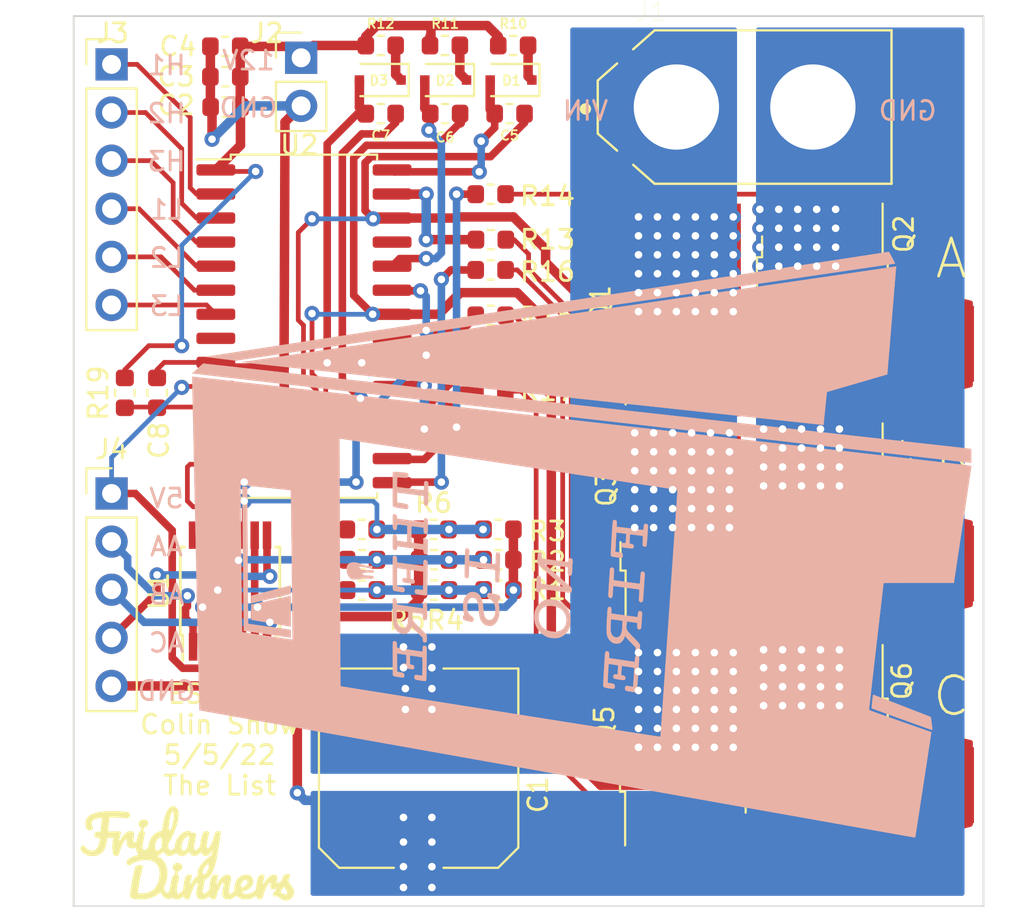
<source format=kicad_pcb>
(kicad_pcb (version 20171130) (host pcbnew "(5.1.5-0)")
  (layers (0 F.Cu signal) (31 B.Cu signal) (34 B.Paste user) (35 F.Paste user) (36 B.SilkS user) (37 F.SilkS user) (38 B.Mask user) (39 F.Mask user) (44 Edge.Cuts user))
  (net 0 "")
  (net 1 GND)
  (net 2 VMotor)
  (net 3 12V)
  (net 4 FloatingSupply1)
  (net 5 PhaseA)
  (net 6 PhaseB)
  (net 7 PhaseC)
  (net 8 "Net-(C8-Pad1)")
  (net 9 "Net-(D1-Pad1)")
  (net 10 "Net-(D2-Pad1)")
  (net 11 "Net-(D3-Pad1)")
  (net 12 FloatingSupply3)
  (net 13 LogicalHigh1)
  (net 14 LogicalHigh2)
  (net 15 LogicalHigh3)
  (net 16 LogicalLow1)
  (net 17 LogicalLow2)
  (net 18 LogicalLow3)
  (net 19 5V)
  (net 20 AnalogSenseA)
  (net 21 AnalogSenseB)
  (net 22 AnalogSenseC)
  (net 23 "Net-(Q1-Pad1)")
  (net 24 "Net-(Q2-Pad1)")
  (net 25 "Net-(Q3-Pad1)")
  (net 26 "Net-(Q4-Pad1)")
  (net 27 "Net-(Q5-Pad1)")
  (net 28 "Net-(Q6-Pad1)")
  (net 29 AnalogA)
  (net 30 CommonAnalog)
  (net 31 AnalogB)
  (net 32 AnalogC)
  (net 33 HO1)
  (net 34 LO1)
  (net 35 HO2)
  (net 36 LO2)
  (net 37 "Net-(U1-Pad12)")
  (net 38 "Net-(U1-Pad13)")
  (net 39 "Net-(U1-Pad14)")
  (net 40 "Net-(U2-Pad8)")
  (net 41 LO3)
  (net 42 "Net-(U2-Pad17)")
  (net 43 HO3)
  (net 44 "Net-(U2-Pad21)")
  (net 45 "Net-(U2-Pad25)")
  (net 46 FloatingSupply2)
  (module Components:NoFire2 (layer B.Cu) (at 230.8 74.9 270)
    (fp_text reference G*** hide)
    (fp_text value LOGO hide)
  )
  (module Components:FDLogo3 (layer F.Cu) (at 210 91.2)
    (fp_text reference G*** hide)
    (fp_text value LOGO hide)
  )
  (module Capacitor_SMD:C_Elec_10x10.2 (layer F.Cu) (at 222.2 86.7 90)
    (fp_text reference C1 (at -1.4 6.3 90) (layer F.SilkS))
    (fp_text value "Power Capacitor")
    (pad 1 smd roundrect (at -4.4 0 90) (size 4.6 2.1) (layers F.Cu F.Paste F.Mask) (roundrect_rratio 0.119048) (net 1 GND))
    (pad 2 smd roundrect (at 4.4 0 90) (size 4.6 2.1) (layers F.Cu F.Paste F.Mask) (roundrect_rratio 0.119048) (net 2 VMotor))
  )
  (module Capacitor_SMD:C_0603_1608Metric (layer F.Cu) (at 212.0125 51.8)
    (fp_text reference C2 (at -2.6125 -0.1) (layer F.SilkS))
    (fp_text value 10uf)
    (pad 2 smd roundrect (at 0.7875 0) (size 0.875 0.95) (layers F.Cu F.Paste F.Mask) (net 3 12V))
    (pad 1 smd roundrect (at -0.7875 0) (size 0.875 0.95) (layers F.Cu F.Paste F.Mask) (net 1 GND))
  )
  (module Capacitor_SMD:C_0603_1608Metric (layer F.Cu) (at 212 50.2)
    (fp_text reference C3 (at -2.6 0) (layer F.SilkS))
    (fp_text value 10uf)
    (pad 1 smd roundrect (at -0.7875 0) (size 0.875 0.95) (layers F.Cu F.Paste F.Mask) (net 1 GND))
    (pad 2 smd roundrect (at 0.7875 0) (size 0.875 0.95) (layers F.Cu F.Paste F.Mask) (net 3 12V))
  )
  (module Capacitor_SMD:C_0603_1608Metric (layer F.Cu) (at 212 48.6)
    (fp_text reference C4 (at -2.5 0) (layer F.SilkS))
    (fp_text value 10uf)
    (pad 2 smd roundrect (at 0.7875 0) (size 0.875 0.95) (layers F.Cu F.Paste F.Mask) (net 3 12V))
    (pad 1 smd roundrect (at -0.7875 0) (size 0.875 0.95) (layers F.Cu F.Paste F.Mask) (net 1 GND))
  )
  (module Capacitor_SMD:C_0603_1608Metric (layer F.Cu) (at 227 52.15)
    (fp_text reference C5 (at 0 1.15) (layer F.SilkS) (effects (font (size 0.5 0.5) (thickness 0.1))))
    (fp_text value 2.2uf)
    (pad 1 smd roundrect (at -0.7875 0) (size 0.875 0.95) (layers F.Cu F.Paste F.Mask) (net 4 FloatingSupply1))
    (pad 2 smd roundrect (at 0.7875 0) (size 0.875 0.95) (layers F.Cu F.Paste F.Mask) (net 5 PhaseA))
  )
  (module Capacitor_SMD:C_0603_1608Metric (layer F.Cu) (at 223.6 52.15)
    (fp_text reference C6 (at 0 1.25) (layer F.SilkS) (effects (font (size 0.5 0.5) (thickness 0.1))))
    (fp_text value 2.2uf)
    (pad 2 smd roundrect (at 0.7875 0) (size 0.875 0.95) (layers F.Cu F.Paste F.Mask) (net 6 PhaseB))
    (pad 1 smd roundrect (at -0.7875 0) (size 0.875 0.95) (layers F.Cu F.Paste F.Mask) (net 46 FloatingSupply2))
  )
  (module Capacitor_SMD:C_0603_1608Metric (layer F.Cu) (at 220.2 52.15)
    (fp_text reference C7 (at 0 1.15) (layer F.SilkS) (effects (font (size 0.5 0.5) (thickness 0.1))))
    (fp_text value 2.2uf)
    (pad 1 smd roundrect (at -0.7875 0) (size 0.875 0.95) (layers F.Cu F.Paste F.Mask) (net 12 FloatingSupply3))
    (pad 2 smd roundrect (at 0.7875 0) (size 0.875 0.95) (layers F.Cu F.Paste F.Mask) (net 7 PhaseC))
  )
  (module Capacitor_SMD:C_0603_1608Metric (layer F.Cu) (at 208.4 66.8875 90)
    (fp_text reference C8 (at -2.5125 0.1 90) (layer F.SilkS))
    (fp_text value 1nf)
    (pad 1 smd roundrect (at -0.7875 0 90) (size 0.875 0.95) (layers F.Cu F.Paste F.Mask) (net 8 "Net-(C8-Pad1)"))
    (pad 2 smd roundrect (at 0.7875 0 90) (size 0.875 0.95) (layers F.Cu F.Paste F.Mask) (net 1 GND))
  )
  (module Diode_SMD:D_SOD-323F (layer F.Cu) (at 227.074999 50.374999 180)
    (fp_text reference D1 (at -0.025001 -0.025001) (layer F.SilkS) (effects (font (size 0.5 0.5) (thickness 0.1))))
    (fp_text value D_Supply_1)
    (pad 2 smd rect (at 1.1 0 180) (size 0.5 0.5) (layers F.Cu F.Paste F.Mask) (net 4 FloatingSupply1))
    (pad 1 smd rect (at -1.1 0 180) (size 0.5 0.5) (layers F.Cu F.Paste F.Mask) (net 9 "Net-(D1-Pad1)"))
  )
  (module Diode_SMD:D_SOD-323F (layer F.Cu) (at 223.624999 50.374999 180)
    (fp_text reference D2 (at 0.024999 -0.025001) (layer F.SilkS) (effects (font (size 0.5 0.5) (thickness 0.1))))
    (fp_text value D_Supply_1)
    (pad 1 smd rect (at -1.1 0 180) (size 0.5 0.5) (layers F.Cu F.Paste F.Mask) (net 10 "Net-(D2-Pad1)"))
    (pad 2 smd rect (at 1.1 0 180) (size 0.5 0.5) (layers F.Cu F.Paste F.Mask) (net 46 FloatingSupply2))
  )
  (module Diode_SMD:D_SOD-323F (layer F.Cu) (at 220.174999 50.374999 180)
    (fp_text reference D3 (at 0.074999 -0.025001) (layer F.SilkS) (effects (font (size 0.5 0.5) (thickness 0.1))))
    (fp_text value D_Supply_1)
    (pad 1 smd rect (at -1.1 0 180) (size 0.5 0.5) (layers F.Cu F.Paste F.Mask) (net 11 "Net-(D3-Pad1)"))
    (pad 2 smd rect (at 1.1 0 180) (size 0.5 0.5) (layers F.Cu F.Paste F.Mask) (net 12 FloatingSupply3))
  )
  (module XT60-M:AMASS_XT60-M (layer F.Cu) (at 239.4 51.8)
    (fp_text reference J1 (at -4.92842 -5.03849) (layer F.SilkS) (effects (font (size 1.000693 1.000693) (thickness 0.015))))
    (fp_text value "Motor Power")
    (pad 1 thru_hole rect (at -3.6 0) (size 5.516 5.516) (drill 4.5) (layers *.Cu *.Mask) (net 2 VMotor))
    (pad 2 thru_hole circle (at 3.6 0) (size 5.516 5.516) (drill 4.5) (layers *.Cu *.Mask) (net 1 GND))
  )
  (module Connector_PinHeader_2.54mm:PinHeader_1x02_P2.54mm_Vertical (layer F.Cu) (at 216 49.2)
    (fp_text reference J2 (at -1.8 -1.3) (layer F.SilkS))
    (fp_text value "12V Power")
    (pad 1 thru_hole rect (at 0 0) (size 1.7 1.7) (drill 1) (layers *.Cu *.Mask) (net 3 12V))
    (pad 2 thru_hole oval (at 0 2.54) (size 1.7 1.7) (drill 1) (layers *.Cu *.Mask) (net 1 GND))
  )
  (module Connector_PinHeader_2.54mm:PinHeader_1x06_P2.54mm_Vertical (layer F.Cu) (at 206 49.55)
    (fp_text reference J3 (at 0.05 -1.65) (layer F.SilkS))
    (fp_text value "Motor Inputs")
    (pad 1 thru_hole rect (at 0 0) (size 1.7 1.7) (drill 1) (layers *.Cu *.Mask) (net 13 LogicalHigh1))
    (pad 2 thru_hole oval (at 0 2.54) (size 1.7 1.7) (drill 1) (layers *.Cu *.Mask) (net 14 LogicalHigh2))
    (pad 3 thru_hole oval (at 0 5.08) (size 1.7 1.7) (drill 1) (layers *.Cu *.Mask) (net 15 LogicalHigh3))
    (pad 4 thru_hole oval (at 0 7.62) (size 1.7 1.7) (drill 1) (layers *.Cu *.Mask) (net 16 LogicalLow1))
    (pad 5 thru_hole oval (at 0 10.16) (size 1.7 1.7) (drill 1) (layers *.Cu *.Mask) (net 17 LogicalLow2))
    (pad 6 thru_hole oval (at 0 12.7) (size 1.7 1.7) (drill 1) (layers *.Cu *.Mask) (net 18 LogicalLow3))
  )
  (module Connector_PinHeader_2.54mm:PinHeader_1x05_P2.54mm_Vertical (layer F.Cu) (at 206 72.2)
    (fp_text reference J4 (at 0 -2.33) (layer F.SilkS))
    (fp_text value "Sensor Outputs")
    (pad 1 thru_hole rect (at 0 0) (size 1.7 1.7) (drill 1) (layers *.Cu *.Mask) (net 19 5V))
    (pad 2 thru_hole oval (at 0 2.54) (size 1.7 1.7) (drill 1) (layers *.Cu *.Mask) (net 20 AnalogSenseA))
    (pad 3 thru_hole oval (at 0 5.08) (size 1.7 1.7) (drill 1) (layers *.Cu *.Mask) (net 21 AnalogSenseB))
    (pad 4 thru_hole oval (at 0 7.62) (size 1.7 1.7) (drill 1) (layers *.Cu *.Mask) (net 22 AnalogSenseC))
    (pad 5 thru_hole oval (at 0 10.16) (size 1.7 1.7) (drill 1) (layers *.Cu *.Mask) (net 1 GND))
  )
  (module XT60-M:SquarePad4x4 (layer F.Cu) (at 249.5 64.3 270)
    (fp_text reference J5 (at 0 3.81 90) (layer F.SilkS))
    (fp_text value "Phase A")
    (pad 1 smd rect (at 0 0 270) (size 4 4) (layers F.Cu F.Paste F.Mask) (net 5 PhaseA))
  )
  (module XT60-M:SquarePad4x4 (layer F.Cu) (at 249.5 75.9 270)
    (fp_text reference J6 (at 0 3.81 90) (layer F.SilkS))
    (fp_text value "Phase B")
    (pad 1 smd rect (at 0 0 270) (size 4 4) (layers F.Cu F.Paste F.Mask) (net 6 PhaseB))
  )
  (module XT60-M:SquarePad4x4 (layer F.Cu) (at 249.5 87.6 270)
    (fp_text reference J7 (at 0 3.81 90) (layer F.SilkS))
    (fp_text value "Phase C")
    (pad 1 smd rect (at 0 0 270) (size 4 4) (layers F.Cu F.Paste F.Mask) (net 7 PhaseC))
  )
  (module Package_TO_SOT_SMD:TO-252-2 (layer F.Cu) (at 236.3 62.2 90)
    (fp_text reference Q1 (at 0 -4.5 90) (layer F.SilkS))
    (fp_text value "MOSFET NPN")
    (pad 1 smd rect (at -4.2 -2.28 90) (size 2.2 1.2) (layers F.Cu F.Paste F.Mask) (net 23 "Net-(Q1-Pad1)"))
    (pad 3 smd rect (at -4.2 2.28 90) (size 2.2 1.2) (layers F.Cu F.Paste F.Mask) (net 5 PhaseA))
    (pad 2 smd rect (at 2.1 0 90) (size 6.4 5.8) (layers F.Cu F.Mask) (net 2 VMotor))
  )
  (module Package_TO_SOT_SMD:TO-252-2 (layer F.Cu) (at 243.5 62.2 270)
    (fp_text reference Q2 (at -3.7 -4.3 90) (layer F.SilkS))
    (fp_text value "MOSFET NPN")
    (pad 2 smd rect (at 2.1 0 270) (size 6.4 5.8) (layers F.Cu F.Mask) (net 5 PhaseA))
    (pad 3 smd rect (at -4.2 2.28 270) (size 2.2 1.2) (layers F.Cu F.Paste F.Mask) (net 1 GND))
    (pad 1 smd rect (at -4.2 -2.28 270) (size 2.2 1.2) (layers F.Cu F.Paste F.Mask) (net 24 "Net-(Q2-Pad1)"))
  )
  (module Package_TO_SOT_SMD:TO-252-2 (layer F.Cu) (at 236.3 73.8 90)
    (fp_text reference Q3 (at 1.9 -4.2 90) (layer F.SilkS))
    (fp_text value "MOSFET NPN")
    (pad 1 smd rect (at -4.2 -2.28 90) (size 2.2 1.2) (layers F.Cu F.Paste F.Mask) (net 25 "Net-(Q3-Pad1)"))
    (pad 3 smd rect (at -4.2 2.28 90) (size 2.2 1.2) (layers F.Cu F.Paste F.Mask) (net 6 PhaseB))
    (pad 2 smd rect (at 2.1 0 90) (size 6.4 5.8) (layers F.Cu F.Mask) (net 2 VMotor))
  )
  (module Package_TO_SOT_SMD:TO-252-2 (layer F.Cu) (at 243.5 73.8 270)
    (fp_text reference Q4 (at -3.5 -4.1 90) (layer F.SilkS))
    (fp_text value "MOSFET NPN")
    (pad 1 smd rect (at -4.2 -2.28 270) (size 2.2 1.2) (layers F.Cu F.Paste F.Mask) (net 26 "Net-(Q4-Pad1)"))
    (pad 3 smd rect (at -4.2 2.28 270) (size 2.2 1.2) (layers F.Cu F.Paste F.Mask) (net 1 GND))
    (pad 2 smd rect (at 2.1 0 270) (size 6.4 5.8) (layers F.Cu F.Mask) (net 6 PhaseB))
  )
  (module Package_TO_SOT_SMD:TO-252-2 (layer F.Cu) (at 236.275 85.475 90)
    (fp_text reference Q5 (at 1.075 -4.275 90) (layer F.SilkS))
    (fp_text value "MOSFET NPN")
    (pad 2 smd rect (at 2.1 0 90) (size 6.4 5.8) (layers F.Cu F.Mask) (net 2 VMotor))
    (pad 3 smd rect (at -4.2 2.28 90) (size 2.2 1.2) (layers F.Cu F.Paste F.Mask) (net 7 PhaseC))
    (pad 1 smd rect (at -4.2 -2.28 90) (size 2.2 1.2) (layers F.Cu F.Paste F.Mask) (net 27 "Net-(Q5-Pad1)"))
  )
  (module Resistor_SMD:R_0603_1608Metric (layer F.Cu) (at 226.4125 77.3)
    (fp_text reference R1 (at 2.5875 0) (layer F.SilkS))
    (fp_text value 33k)
    (pad 1 smd roundrect (at -0.7875 0) (size 0.875 0.95) (layers F.Cu F.Paste F.Mask) (net 29 AnalogA))
    (pad 2 smd roundrect (at 0.7875 0) (size 0.875 0.95) (layers F.Cu F.Paste F.Mask) (net 30 CommonAnalog))
  )
  (module Resistor_SMD:R_0603_1608Metric (layer F.Cu) (at 226.4125 75.7)
    (fp_text reference R2 (at 2.5875 0.1) (layer F.SilkS))
    (fp_text value 33k)
    (pad 2 smd roundrect (at 0.7875 0) (size 0.875 0.95) (layers F.Cu F.Paste F.Mask) (net 30 CommonAnalog))
    (pad 1 smd roundrect (at -0.7875 0) (size 0.875 0.95) (layers F.Cu F.Paste F.Mask) (net 31 AnalogB))
  )
  (module Resistor_SMD:R_0603_1608Metric (layer F.Cu) (at 226.4125 74.1)
    (fp_text reference R3 (at 2.5875 0.1) (layer F.SilkS))
    (fp_text value 33k)
    (pad 1 smd roundrect (at -0.7875 0) (size 0.875 0.95) (layers F.Cu F.Paste F.Mask) (net 32 AnalogC))
    (pad 2 smd roundrect (at 0.7875 0) (size 0.875 0.95) (layers F.Cu F.Paste F.Mask) (net 30 CommonAnalog))
  )
  (module Resistor_SMD:R_0603_1608Metric (layer F.Cu) (at 223.0125 77.3 180)
    (fp_text reference R4 (at -0.5875 -1.6) (layer F.SilkS))
    (fp_text value 10k)
    (pad 2 smd roundrect (at 0.7875 0 180) (size 0.875 0.95) (layers F.Cu F.Paste F.Mask) (net 1 GND))
    (pad 1 smd roundrect (at -0.7875 0 180) (size 0.875 0.95) (layers F.Cu F.Paste F.Mask) (net 29 AnalogA))
  )
  (module Package_SO:TSSOP-14_4.4x5mm_P0.65mm (layer F.Cu) (at 212.25 77.35 90)
    (fp_text reference U1 (at 0 -3.75 90) (layer F.SilkS))
    (fp_text value TLV7044PWR)
    (pad 1 smd rect (at -2.95 -1.95 90) (size 1.45 0.45) (layers F.Cu F.Paste F.Mask) (net 20 AnalogSenseA))
    (pad 2 smd rect (at -2.95 -1.3 90) (size 1.45 0.45) (layers F.Cu F.Paste F.Mask) (net 30 CommonAnalog))
    (pad 3 smd rect (at -2.95 -0.65 90) (size 1.45 0.45) (layers F.Cu F.Paste F.Mask) (net 29 AnalogA))
    (pad 4 smd rect (at -2.95 0 90) (size 1.45 0.45) (layers F.Cu F.Paste F.Mask) (net 19 5V))
    (pad 5 smd rect (at -2.95 0.65 90) (size 1.45 0.45) (layers F.Cu F.Paste F.Mask) (net 31 AnalogB))
    (pad 6 smd rect (at -2.95 1.3 90) (size 1.45 0.45) (layers F.Cu F.Paste F.Mask) (net 30 CommonAnalog))
    (pad 7 smd rect (at -2.95 1.95 90) (size 1.45 0.45) (layers F.Cu F.Paste F.Mask) (net 21 AnalogSenseB))
    (pad 8 smd rect (at 2.95 1.95 90) (size 1.45 0.45) (layers F.Cu F.Paste F.Mask) (net 22 AnalogSenseC))
    (pad 9 smd rect (at 2.95 1.3 90) (size 1.45 0.45) (layers F.Cu F.Paste F.Mask) (net 30 CommonAnalog))
    (pad 10 smd rect (at 2.95 0.65 90) (size 1.45 0.45) (layers F.Cu F.Paste F.Mask) (net 32 AnalogC))
    (pad 11 smd rect (at 2.95 0 90) (size 1.45 0.45) (layers F.Cu F.Paste F.Mask) (net 1 GND))
    (pad 12 smd rect (at 2.95 -0.65 90) (size 1.45 0.45) (layers F.Cu F.Paste F.Mask) (net 37 "Net-(U1-Pad12)"))
    (pad 13 smd rect (at 2.95 -1.3 90) (size 1.45 0.45) (layers F.Cu F.Paste F.Mask) (net 38 "Net-(U1-Pad13)"))
    (pad 14 smd rect (at 2.95 -1.95 90) (size 1.45 0.45) (layers F.Cu F.Paste F.Mask) (net 39 "Net-(U1-Pad14)"))
  )
  (module Package_SO:SOIC-28W_7.5x17.9mm_P1.27mm (layer F.Cu) (at 216.15 63.375)
    (fp_text reference U2 (at -0.25 -9.575) (layer F.SilkS))
    (fp_text value LF2136BTR)
    (pad 1 smd roundrect (at -4.65 -8.255) (size 2.05 0.6) (layers F.Cu F.Paste F.Mask) (net 3 12V))
    (pad 2 smd roundrect (at -4.65 -6.985) (size 2.05 0.6) (layers F.Cu F.Paste F.Mask) (net 13 LogicalHigh1))
    (pad 3 smd roundrect (at -4.65 -5.715) (size 2.05 0.6) (layers F.Cu F.Paste F.Mask) (net 14 LogicalHigh2))
    (pad 4 smd roundrect (at -4.65 -4.445) (size 2.05 0.6) (layers F.Cu F.Paste F.Mask) (net 15 LogicalHigh3))
    (pad 5 smd roundrect (at -4.65 -3.175) (size 2.05 0.6) (layers F.Cu F.Paste F.Mask) (net 16 LogicalLow1))
    (pad 6 smd roundrect (at -4.65 -1.905) (size 2.05 0.6) (layers F.Cu F.Paste F.Mask) (net 17 LogicalLow2))
    (pad 7 smd roundrect (at -4.65 -0.635) (size 2.05 0.6) (layers F.Cu F.Paste F.Mask) (net 18 LogicalLow3))
    (pad 8 smd roundrect (at -4.65 0.635) (size 2.05 0.6) (layers F.Cu F.Paste F.Mask) (net 40 "Net-(U2-Pad8)"))
    (pad 9 smd roundrect (at -4.65 1.905) (size 2.05 0.6) (layers F.Cu F.Paste F.Mask) (net 1 GND))
    (pad 10 smd roundrect (at -4.65 3.175) (size 2.05 0.6) (layers F.Cu F.Paste F.Mask) (net 19 5V))
    (pad 11 smd roundrect (at -4.65 4.445) (size 2.05 0.6) (layers F.Cu F.Paste F.Mask) (net 8 "Net-(C8-Pad1)"))
    (pad 12 smd roundrect (at -4.65 5.715) (size 2.05 0.6) (layers F.Cu F.Paste F.Mask) (net 1 GND))
    (pad 13 smd roundrect (at -4.65 6.985) (size 2.05 0.6) (layers F.Cu F.Paste F.Mask) (net 1 GND))
    (pad 14 smd roundrect (at -4.65 8.255) (size 2.05 0.6) (layers F.Cu F.Paste F.Mask) (net 41 LO3))
    (pad 15 smd roundrect (at 4.65 8.255) (size 2.05 0.6) (layers F.Cu F.Paste F.Mask) (net 36 LO2))
    (pad 16 smd roundrect (at 4.65 6.985) (size 2.05 0.6) (layers F.Cu F.Paste F.Mask) (net 34 LO1))
    (pad 17 smd roundrect (at 4.65 5.715) (size 2.05 0.6) (layers F.Cu F.Paste F.Mask) (net 42 "Net-(U2-Pad17)"))
    (pad 18 smd roundrect (at 4.65 4.445) (size 2.05 0.6) (layers F.Cu F.Paste F.Mask) (net 7 PhaseC))
    (pad 19 smd roundrect (at 4.65 3.175) (size 2.05 0.6) (layers F.Cu F.Paste F.Mask) (net 43 HO3))
    (pad 20 smd roundrect (at 4.65 1.905) (size 2.05 0.6) (layers F.Cu F.Paste F.Mask) (net 12 FloatingSupply3))
    (pad 21 smd roundrect (at 4.65 0.635) (size 2.05 0.6) (layers F.Cu F.Paste F.Mask) (net 44 "Net-(U2-Pad21)"))
    (pad 22 smd roundrect (at 4.65 -0.635) (size 2.05 0.6) (layers F.Cu F.Paste F.Mask) (net 6 PhaseB))
    (pad 23 smd roundrect (at 4.65 -1.905) (size 2.05 0.6) (layers F.Cu F.Paste F.Mask) (net 35 HO2))
    (pad 24 smd roundrect (at 4.65 -3.175) (size 2.05 0.6) (layers F.Cu F.Paste F.Mask) (net 46 FloatingSupply2))
    (pad 25 smd roundrect (at 4.65 -4.445) (size 2.05 0.6) (layers F.Cu F.Paste F.Mask) (net 45 "Net-(U2-Pad25)"))
    (pad 26 smd roundrect (at 4.65 -5.715) (size 2.05 0.6) (layers F.Cu F.Paste F.Mask) (net 5 PhaseA))
    (pad 27 smd roundrect (at 4.65 -6.985) (size 2.05 0.6) (layers F.Cu F.Paste F.Mask) (net 33 HO1))
    (pad 28 smd roundrect (at 4.65 -8.255) (size 2.05 0.6) (layers F.Cu F.Paste F.Mask) (net 4 FloatingSupply1))
  )
  (module Package_TO_SOT_SMD:TO-252-2 (layer F.Cu) (at 243.5 85.5 270)
    (fp_text reference Q6 (at -3.4 -4.2 90) (layer F.SilkS))
    (fp_text value "MOSFET NPN")
    (pad 1 smd rect (at -4.2 -2.28 270) (size 2.2 1.2) (layers F.Cu F.Paste F.Mask) (net 28 "Net-(Q6-Pad1)"))
    (pad 3 smd rect (at -4.2 2.28 270) (size 2.2 1.2) (layers F.Cu F.Paste F.Mask) (net 1 GND))
    (pad 2 smd rect (at 2.1 0 270) (size 6.4 5.8) (layers F.Cu F.Mask) (net 7 PhaseC))
  )
  (module Resistor_SMD:R_0603_1608Metric (layer F.Cu) (at 223.0125 75.7 180)
    (fp_text reference R5 (at 1.4125 -3.2) (layer F.SilkS))
    (fp_text value 10k)
    (pad 1 smd roundrect (at -0.7875 0 180) (size 0.875 0.95) (layers F.Cu F.Paste F.Mask) (net 31 AnalogB))
    (pad 2 smd roundrect (at 0.7875 0 180) (size 0.875 0.95) (layers F.Cu F.Paste F.Mask) (net 1 GND))
  )
  (module Resistor_SMD:R_0603_1608Metric (layer F.Cu) (at 222.9875 74.1 180)
    (fp_text reference R6 (at 0 1.4) (layer F.SilkS))
    (fp_text value 10k)
    (pad 2 smd roundrect (at 0.7875 0 180) (size 0.875 0.95) (layers F.Cu F.Paste F.Mask) (net 1 GND))
    (pad 1 smd roundrect (at -0.7875 0 180) (size 0.875 0.95) (layers F.Cu F.Paste F.Mask) (net 32 AnalogC))
  )
  (module Resistor_SMD:R_0603_1608Metric (layer F.Cu) (at 219.2125 77.3)
    (fp_text reference R7 (at -2.6125 0.1) (layer F.SilkS))
    (fp_text value 33k)
    (pad 2 smd roundrect (at 0.7875 0) (size 0.875 0.95) (layers F.Cu F.Paste F.Mask) (net 29 AnalogA))
    (pad 1 smd roundrect (at -0.7875 0) (size 0.875 0.95) (layers F.Cu F.Paste F.Mask) (net 5 PhaseA))
  )
  (module Resistor_SMD:R_0603_1608Metric (layer F.Cu) (at 219.2125 75.7)
    (fp_text reference R8 (at -2.5125 0.1) (layer F.SilkS))
    (fp_text value 33k)
    (pad 1 smd roundrect (at -0.7875 0) (size 0.875 0.95) (layers F.Cu F.Paste F.Mask) (net 6 PhaseB))
    (pad 2 smd roundrect (at 0.7875 0) (size 0.875 0.95) (layers F.Cu F.Paste F.Mask) (net 31 AnalogB))
  )
  (module Resistor_SMD:R_0603_1608Metric (layer F.Cu) (at 219.2 74.1)
    (fp_text reference R9 (at -2.5 0) (layer F.SilkS))
    (fp_text value 33k)
    (pad 2 smd roundrect (at 0.7875 0) (size 0.875 0.95) (layers F.Cu F.Paste F.Mask) (net 32 AnalogC))
    (pad 1 smd roundrect (at -0.7875 0) (size 0.875 0.95) (layers F.Cu F.Paste F.Mask) (net 7 PhaseC))
  )
  (module Resistor_SMD:R_0603_1608Metric (layer F.Cu) (at 227.1875 48.55 180)
    (fp_text reference R10 (at -0.0125 1.15) (layer F.SilkS) (effects (font (size 0.5 0.5) (thickness 0.1))))
    (fp_text value 10r)
    (pad 1 smd roundrect (at -0.7875 0 180) (size 0.875 0.95) (layers F.Cu F.Paste F.Mask) (net 9 "Net-(D1-Pad1)"))
    (pad 2 smd roundrect (at 0.7875 0 180) (size 0.875 0.95) (layers F.Cu F.Paste F.Mask) (net 3 12V))
  )
  (module Resistor_SMD:R_0603_1608Metric (layer F.Cu) (at 223.5875 48.55 180)
    (fp_text reference R11 (at -0.0125 1.15) (layer F.SilkS) (effects (font (size 0.5 0.5) (thickness 0.1))))
    (fp_text value 10r)
    (pad 2 smd roundrect (at 0.7875 0 180) (size 0.875 0.95) (layers F.Cu F.Paste F.Mask) (net 3 12V))
    (pad 1 smd roundrect (at -0.7875 0 180) (size 0.875 0.95) (layers F.Cu F.Paste F.Mask) (net 10 "Net-(D2-Pad1)"))
  )
  (module Resistor_SMD:R_0603_1608Metric (layer F.Cu) (at 220.2 48.55 180)
    (fp_text reference R12 (at 0 1.15) (layer F.SilkS) (effects (font (size 0.5 0.5) (thickness 0.1))))
    (fp_text value 10r)
    (pad 2 smd roundrect (at 0.7875 0 180) (size 0.875 0.95) (layers F.Cu F.Paste F.Mask) (net 3 12V))
    (pad 1 smd roundrect (at -0.7875 0 180) (size 0.875 0.95) (layers F.Cu F.Paste F.Mask) (net 11 "Net-(D3-Pad1)"))
  )
  (module Resistor_SMD:R_0603_1608Metric (layer F.Cu) (at 226.0125 58.8)
    (fp_text reference R13 (at 2.9875 0) (layer F.SilkS))
    (fp_text value 100)
    (pad 1 smd roundrect (at -0.7875 0) (size 0.875 0.95) (layers F.Cu F.Paste F.Mask) (net 33 HO1))
    (pad 2 smd roundrect (at 0.7875 0) (size 0.875 0.95) (layers F.Cu F.Paste F.Mask) (net 23 "Net-(Q1-Pad1)"))
  )
  (module Resistor_SMD:R_0603_1608Metric (layer F.Cu) (at 226 56.4)
    (fp_text reference R14 (at 3 0.1) (layer F.SilkS))
    (fp_text value 100)
    (pad 1 smd roundrect (at -0.7875 0) (size 0.875 0.95) (layers F.Cu F.Paste F.Mask) (net 34 LO1))
    (pad 2 smd roundrect (at 0.7875 0) (size 0.875 0.95) (layers F.Cu F.Paste F.Mask) (net 24 "Net-(Q2-Pad1)"))
  )
  (module Resistor_SMD:R_0603_1608Metric (layer F.Cu) (at 226 62.8)
    (fp_text reference R15 (at 3 0.1) (layer F.SilkS))
    (fp_text value 100)
    (pad 1 smd roundrect (at -0.7875 0) (size 0.875 0.95) (layers F.Cu F.Paste F.Mask) (net 35 HO2))
    (pad 2 smd roundrect (at 0.7875 0) (size 0.875 0.95) (layers F.Cu F.Paste F.Mask) (net 25 "Net-(Q3-Pad1)"))
  )
  (module Resistor_SMD:R_0603_1608Metric (layer F.Cu) (at 226 60.4)
    (fp_text reference R16 (at 3 0.1) (layer F.SilkS))
    (fp_text value 100)
    (pad 1 smd roundrect (at -0.7875 0) (size 0.875 0.95) (layers F.Cu F.Paste F.Mask) (net 36 LO2))
    (pad 2 smd roundrect (at 0.7875 0) (size 0.875 0.95) (layers F.Cu F.Paste F.Mask) (net 26 "Net-(Q4-Pad1)"))
  )
  (module Resistor_SMD:R_0603_1608Metric (layer F.Cu) (at 225.9875 66.8)
    (fp_text reference R17 (at 3.0125 0) (layer F.SilkS))
    (fp_text value 100)
    (pad 2 smd roundrect (at 0.7875 0) (size 0.875 0.95) (layers F.Cu F.Paste F.Mask) (net 27 "Net-(Q5-Pad1)"))
    (pad 1 smd roundrect (at -0.7875 0) (size 0.875 0.95) (layers F.Cu F.Paste F.Mask) (net 43 HO3))
  )
  (module Resistor_SMD:R_0603_1608Metric (layer F.Cu) (at 226 64.4)
    (fp_text reference R18 (at 2.9 0.1) (layer F.SilkS))
    (fp_text value 100)
    (pad 1 smd roundrect (at -0.7875 0) (size 0.875 0.95) (layers F.Cu F.Paste F.Mask) (net 41 LO3))
    (pad 2 smd roundrect (at 0.7875 0) (size 0.875 0.95) (layers F.Cu F.Paste F.Mask) (net 28 "Net-(Q6-Pad1)"))
  )
  (module Resistor_SMD:R_0603_1608Metric (layer F.Cu) (at 206.7 66.8875 270)
    (fp_text reference R19 (at 0.0125 1.4 90) (layer F.SilkS))
    (fp_text value 2m)
    (pad 2 smd roundrect (at 0.7875 0 270) (size 0.875 0.95) (layers F.Cu F.Paste F.Mask) (net 8 "Net-(C8-Pad1)"))
    (pad 1 smd roundrect (at -0.7875 0 270) (size 0.875 0.95) (layers F.Cu F.Paste F.Mask) (net 3 12V))
  )
  (gr_text "ESC V4\nColin Snow\n5/5/22\nThe List" (at 211.7 85.2) (layer F.SilkS) (effects (font (size 1 1))))
  (gr_text VIN (at 231 52) (layer B.SilkS) (effects (font (size 1 1)) (justify mirror)))
  (gr_text GND (at 248 52) (layer B.SilkS) (effects (font (size 1 1)) (justify mirror)))
  (gr_text GND (at 208.9 82.62) (layer B.SilkS) (effects (font (size 1 1)) (justify mirror)))
  (gr_text AC (at 208.9 80.08) (layer B.SilkS) (effects (font (size 1 1)) (justify mirror)))
  (gr_text AB (at 208.9 77.54) (layer B.SilkS) (effects (font (size 1 1)) (justify mirror)))
  (gr_text AA (at 208.9 75) (layer B.SilkS) (effects (font (size 1 1)) (justify mirror)))
  (gr_text 5V (at 208.9 72.46) (layer B.SilkS) (effects (font (size 1 1)) (justify mirror)))
  (gr_text GND (at 213.22 51.84) (layer B.SilkS) (effects (font (size 1 1)) (justify mirror)))
  (gr_text 12V (at 213.22 49.34) (layer B.SilkS) (effects (font (size 1 1)) (justify mirror)))
  (gr_text L3 (at 208.9 62.3) (layer B.SilkS) (effects (font (size 1 1)) (justify mirror)))
  (gr_text L2 (at 208.9 59.76) (layer B.SilkS) (effects (font (size 1 1)) (justify mirror)))
  (gr_text L1 (at 208.9 57.22) (layer B.SilkS) (effects (font (size 1 1)) (justify mirror)))
  (gr_text H3 (at 208.9 54.68) (layer B.SilkS) (effects (font (size 1 1)) (justify mirror)))
  (gr_text H2 (at 208.9 52.14) (layer B.SilkS) (effects (font (size 1 1)) (justify mirror)))
  (gr_text H1 (at 208.9 49.6) (layer B.SilkS) (effects (font (size 1 1)) (justify mirror)))
  (gr_text C (at 250.3 82.9) (layer F.SilkS) (effects (font (size 2 2))))
  (gr_text B (at 250.4 71.4) (layer F.SilkS) (effects (font (size 2 2))))
  (gr_text A (at 250.3 59.8) (layer F.SilkS) (effects (font (size 2 2))))
  (gr_line (start 252 47) (end 252 94) (layer Edge.Cuts) (width 0.1))
  (gr_line (start 204 47) (end 252 47) (layer Edge.Cuts) (width 0.1))
  (gr_line (start 204 94) (end 204 47) (layer Edge.Cuts) (width 0.1))
  (gr_line (start 252 94) (end 204 94) (layer Edge.Cuts) (width 0.1))
  (via (at 221.4 89.3) (size 0.8) (drill 0.4) (layers F.Cu B.Cu) (net 1))
  (via (at 222.9 89.3) (size 0.8) (drill 0.4) (layers F.Cu B.Cu) (net 1))
  (via (at 222.9 90.6) (size 0.8) (drill 0.4) (layers F.Cu B.Cu) (net 1))
  (via (at 221.4 90.6) (size 0.8) (drill 0.4) (layers F.Cu B.Cu) (net 1))
  (via (at 221.4 91.9) (size 0.8) (drill 0.4) (layers F.Cu B.Cu) (net 1))
  (via (at 222.9 91.9) (size 0.8) (drill 0.4) (layers F.Cu B.Cu) (net 1))
  (via (at 222.9 93) (size 0.8) (drill 0.4) (layers F.Cu B.Cu) (net 1))
  (via (at 221.4 93) (size 0.8) (drill 0.4) (layers F.Cu B.Cu) (net 1))
  (via (at 241.4 68.8) (size 0.8) (drill 0.4) (layers F.Cu B.Cu) (net 1))
  (via (at 244.4 69.8) (size 0.8) (drill 0.4) (layers F.Cu B.Cu) (net 1))
  (via (at 242.4 70.8) (size 0.8) (drill 0.4) (layers F.Cu B.Cu) (net 1))
  (via (at 241.4 69.8) (size 0.8) (drill 0.4) (layers F.Cu B.Cu) (net 1))
  (via (at 244.4 68.8) (size 0.8) (drill 0.4) (layers F.Cu B.Cu) (net 1))
  (via (at 244.4 71.8) (size 0.8) (drill 0.4) (layers F.Cu B.Cu) (net 1))
  (via (at 242.4 69.8) (size 0.8) (drill 0.4) (layers F.Cu B.Cu) (net 1))
  (via (at 243.4 68.8) (size 0.8) (drill 0.4) (layers F.Cu B.Cu) (net 1))
  (via (at 244.4 70.8) (size 0.8) (drill 0.4) (layers F.Cu B.Cu) (net 1))
  (via (at 240.4 69.8) (size 0.8) (drill 0.4) (layers F.Cu B.Cu) (net 1))
  (via (at 240.4 68.8) (size 0.8) (drill 0.4) (layers F.Cu B.Cu) (net 1))
  (via (at 242.4 71.8) (size 0.8) (drill 0.4) (layers F.Cu B.Cu) (net 1))
  (via (at 241.4 70.8) (size 0.8) (drill 0.4) (layers F.Cu B.Cu) (net 1))
  (via (at 240.4 70.8) (size 0.8) (drill 0.4) (layers F.Cu B.Cu) (net 1))
  (via (at 241.4 71.8) (size 0.8) (drill 0.4) (layers F.Cu B.Cu) (net 1))
  (via (at 243.4 71.8) (size 0.8) (drill 0.4) (layers F.Cu B.Cu) (net 1))
  (via (at 242.4 68.8) (size 0.8) (drill 0.4) (layers F.Cu B.Cu) (net 1))
  (via (at 243.4 69.8) (size 0.8) (drill 0.4) (layers F.Cu B.Cu) (net 1))
  (via (at 240.4 71.8) (size 0.8) (drill 0.4) (layers F.Cu B.Cu) (net 1))
  (via (at 243.4 70.8) (size 0.8) (drill 0.4) (layers F.Cu B.Cu) (net 1))
  (via (at 241.4 80.45) (size 0.8) (drill 0.4) (layers F.Cu B.Cu) (net 1))
  (via (at 244.4 81.4) (size 0.8) (drill 0.4) (layers F.Cu B.Cu) (net 1))
  (via (at 242.4 82.4) (size 0.8) (drill 0.4) (layers F.Cu B.Cu) (net 1))
  (via (at 241.4 81.4) (size 0.8) (drill 0.4) (layers F.Cu B.Cu) (net 1))
  (via (at 244.4 80.45) (size 0.8) (drill 0.4) (layers F.Cu B.Cu) (net 1))
  (via (at 244.4 83.4) (size 0.8) (drill 0.4) (layers F.Cu B.Cu) (net 1))
  (via (at 242.4 81.4) (size 0.8) (drill 0.4) (layers F.Cu B.Cu) (net 1))
  (via (at 243.4 80.45) (size 0.8) (drill 0.4) (layers F.Cu B.Cu) (net 1))
  (via (at 244.4 82.4) (size 0.8) (drill 0.4) (layers F.Cu B.Cu) (net 1))
  (via (at 240.4 81.4) (size 0.8) (drill 0.4) (layers F.Cu B.Cu) (net 1))
  (via (at 240.4 80.45) (size 0.8) (drill 0.4) (layers F.Cu B.Cu) (net 1))
  (via (at 242.4 83.4) (size 0.8) (drill 0.4) (layers F.Cu B.Cu) (net 1))
  (via (at 241.4 82.4) (size 0.8) (drill 0.4) (layers F.Cu B.Cu) (net 1))
  (via (at 240.4 82.4) (size 0.8) (drill 0.4) (layers F.Cu B.Cu) (net 1))
  (via (at 241.4 83.4) (size 0.8) (drill 0.4) (layers F.Cu B.Cu) (net 1))
  (via (at 243.4 83.4) (size 0.8) (drill 0.4) (layers F.Cu B.Cu) (net 1))
  (via (at 242.4 80.45) (size 0.8) (drill 0.4) (layers F.Cu B.Cu) (net 1))
  (via (at 243.4 81.4) (size 0.8) (drill 0.4) (layers F.Cu B.Cu) (net 1))
  (via (at 240.4 83.4) (size 0.8) (drill 0.4) (layers F.Cu B.Cu) (net 1))
  (via (at 243.4 82.4) (size 0.8) (drill 0.4) (layers F.Cu B.Cu) (net 1))
  (via (at 241.2 57.2) (size 0.8) (drill 0.4) (layers F.Cu B.Cu) (net 1))
  (via (at 241.2 58.2) (size 0.8) (drill 0.4) (layers F.Cu B.Cu) (net 1))
  (via (at 241.2 59.2) (size 0.8) (drill 0.4) (layers F.Cu B.Cu) (net 1))
  (via (at 240.2 60.2) (size 0.8) (drill 0.4) (layers F.Cu B.Cu) (net 1))
  (via (at 241.2 60.2) (size 0.8) (drill 0.4) (layers F.Cu B.Cu) (net 1))
  (via (at 242.2 60.2) (size 0.8) (drill 0.4) (layers F.Cu B.Cu) (net 1))
  (via (at 243.2 60.2) (size 0.8) (drill 0.4) (layers F.Cu B.Cu) (net 1))
  (via (at 244.2 60.2) (size 0.8) (drill 0.4) (layers F.Cu B.Cu) (net 1))
  (via (at 244.2 59.2) (size 0.8) (drill 0.4) (layers F.Cu B.Cu) (net 1))
  (via (at 243.2 59.2) (size 0.8) (drill 0.4) (layers F.Cu B.Cu) (net 1))
  (via (at 242.2 59.2) (size 0.8) (drill 0.4) (layers F.Cu B.Cu) (net 1))
  (via (at 240.2 59.2) (size 0.8) (drill 0.4) (layers F.Cu B.Cu) (net 1))
  (via (at 240.2 58.2) (size 0.8) (drill 0.4) (layers F.Cu B.Cu) (net 1))
  (via (at 242.2 58.2) (size 0.8) (drill 0.4) (layers F.Cu B.Cu) (net 1))
  (via (at 243.2 58.2) (size 0.8) (drill 0.4) (layers F.Cu B.Cu) (net 1))
  (via (at 244.2 58.2) (size 0.8) (drill 0.4) (layers F.Cu B.Cu) (net 1))
  (via (at 244.2 57.2) (size 0.8) (drill 0.4) (layers F.Cu B.Cu) (net 1))
  (via (at 243.2 57.2) (size 0.8) (drill 0.4) (layers F.Cu B.Cu) (net 1))
  (via (at 242.2 57.2) (size 0.8) (drill 0.4) (layers F.Cu B.Cu) (net 1))
  (via (at 240.2 57.2) (size 0.8) (drill 0.4) (layers F.Cu B.Cu) (net 1))
  (segment (start 222.2 77.325) (end 222.225 77.3) (width 0.5) (layer F.Cu) (net 1))
  (segment (start 211.2125 51.7875) (end 211.225 51.8) (width 0.5) (layer F.Cu) (net 1))
  (segment (start 211.2125 48.6) (end 211.2125 51.7875) (width 0.5) (layer F.Cu) (net 1))
  (segment (start 222.2 77.275) (end 222.225 77.3) (width 0.5) (layer F.Cu) (net 1))
  (segment (start 222.2 74.1) (end 222.2 77.275) (width 0.5) (layer F.Cu) (net 1))
  (segment (start 208.4 65.6625) (end 208.4 66.1) (width 0.25) (layer F.Cu) (net 1))
  (segment (start 208.7825 65.28) (end 208.4 65.6625) (width 0.25) (layer F.Cu) (net 1))
  (segment (start 211.5 65.28) (end 208.7825 65.28) (width 0.25) (layer F.Cu) (net 1))
  (segment (start 213.06 51.74) (end 211.3 53.5) (width 0.5) (layer B.Cu) (net 1))
  (via (at 211.3 53.5) (size 0.8) (drill 0.4) (layers F.Cu B.Cu) (net 1))
  (segment (start 216 51.74) (end 213.06 51.74) (width 0.5) (layer B.Cu) (net 1))
  (segment (start 211.3 51.875) (end 211.225 51.8) (width 0.5) (layer F.Cu) (net 1))
  (segment (start 211.3 53.5) (end 211.3 51.875) (width 0.5) (layer F.Cu) (net 1))
  (segment (start 216 51.74) (end 215.150001 52.589999) (width 0.5) (layer F.Cu) (net 1))
  (segment (start 215.150001 70.050001) (end 215.8 70.7) (width 0.5) (layer F.Cu) (net 1))
  (via (at 215.8 88) (size 0.8) (drill 0.4) (layers F.Cu B.Cu) (net 1))
  (segment (start 216.199999 88.399999) (end 216.799999 88.399999) (width 0.5) (layer B.Cu) (net 1))
  (segment (start 215.8 88) (end 216.199999 88.399999) (width 0.5) (layer B.Cu) (net 1))
  (segment (start 216.799999 88.399999) (end 217.3 88.9) (width 0.5) (layer B.Cu) (net 1))
  (segment (start 214.540002 70.66) (end 215.150001 70.050001) (width 0.5) (layer F.Cu) (net 1))
  (segment (start 211.8 70.66) (end 214.540002 70.66) (width 0.5) (layer F.Cu) (net 1))
  (segment (start 211.5 70.36) (end 211.8 70.66) (width 0.5) (layer F.Cu) (net 1))
  (segment (start 211.5 69.09) (end 211.5 70.36) (width 0.5) (layer F.Cu) (net 1))
  (segment (start 211.8 65.58) (end 215.08 65.58) (width 0.5) (layer F.Cu) (net 1))
  (segment (start 211.5 65.28) (end 211.8 65.58) (width 0.5) (layer F.Cu) (net 1))
  (segment (start 215.1 65.6) (end 215.150001 70.050001) (width 0.5) (layer F.Cu) (net 1))
  (segment (start 215.08 65.58) (end 215.1 65.6) (width 0.5) (layer F.Cu) (net 1))
  (segment (start 215.150001 52.589999) (end 215.1 65.6) (width 0.5) (layer F.Cu) (net 1))
  (segment (start 221.3 78.7) (end 215.8 78.7) (width 0.5) (layer F.Cu) (net 1))
  (segment (start 222.225 77.775) (end 221.3 78.7) (width 0.5) (layer F.Cu) (net 1))
  (segment (start 222.225 77.3) (end 222.225 77.775) (width 0.5) (layer F.Cu) (net 1))
  (segment (start 215.8 70.7) (end 215.8 78.7) (width 0.5) (layer F.Cu) (net 1))
  (segment (start 211.725 72.9) (end 212.25 73.425) (width 0.25) (layer F.Cu) (net 1))
  (segment (start 210.3 72.9) (end 211.725 72.9) (width 0.25) (layer F.Cu) (net 1))
  (segment (start 210 72.6) (end 210.3 72.9) (width 0.25) (layer F.Cu) (net 1))
  (segment (start 211.5 70.36) (end 211.2 70.66) (width 0.25) (layer F.Cu) (net 1))
  (segment (start 210 70.8) (end 210 72.6) (width 0.25) (layer F.Cu) (net 1))
  (segment (start 212.25 73.425) (end 212.25 74.4) (width 0.25) (layer F.Cu) (net 1))
  (segment (start 210.14 70.66) (end 210 70.8) (width 0.25) (layer F.Cu) (net 1))
  (segment (start 211.2 70.66) (end 210.14 70.66) (width 0.25) (layer F.Cu) (net 1))
  (segment (start 206 82.36) (end 215.76 82.36) (width 0.5) (layer F.Cu) (net 1))
  (segment (start 215.76 82.36) (end 215.8 82.4) (width 0.5) (layer F.Cu) (net 1))
  (segment (start 215.8 82.4) (end 215.8 88) (width 0.5) (layer F.Cu) (net 1))
  (segment (start 215.8 78.7) (end 215.8 82.4) (width 0.5) (layer F.Cu) (net 1))
  (via (at 221.4 81.4) (size 0.8) (drill 0.4) (layers F.Cu B.Cu) (net 2))
  (via (at 221.5 82.5) (size 0.8) (drill 0.4) (layers F.Cu B.Cu) (net 2))
  (via (at 221.5 83.6) (size 0.8) (drill 0.4) (layers F.Cu B.Cu) (net 2))
  (via (at 222.9 83.6) (size 0.8) (drill 0.4) (layers F.Cu B.Cu) (net 2))
  (via (at 222.9 82.5) (size 0.8) (drill 0.4) (layers F.Cu B.Cu) (net 2))
  (via (at 222.9 81.4) (size 0.8) (drill 0.4) (layers F.Cu B.Cu) (net 2))
  (via (at 222.9 80.3) (size 0.8) (drill 0.4) (layers F.Cu B.Cu) (net 2))
  (via (at 221.4 80.3) (size 0.8) (drill 0.4) (layers F.Cu B.Cu) (net 2))
  (via (at 235.8 62.6) (size 0.8) (drill 0.4) (layers F.Cu B.Cu) (net 2))
  (via (at 238.8 61.6) (size 0.8) (drill 0.4) (layers F.Cu B.Cu) (net 2))
  (via (at 238.8 58.6) (size 0.8) (drill 0.4) (layers F.Cu B.Cu) (net 2))
  (via (at 234.8 60.6) (size 0.8) (drill 0.4) (layers F.Cu B.Cu) (net 2))
  (via (at 237.8 60.6) (size 0.8) (drill 0.4) (layers F.Cu B.Cu) (net 2))
  (via (at 234.8 61.6) (size 0.8) (drill 0.4) (layers F.Cu B.Cu) (net 2))
  (via (at 234.8 62.6) (size 0.8) (drill 0.4) (layers F.Cu B.Cu) (net 2))
  (via (at 236.8 57.6) (size 0.8) (drill 0.4) (layers F.Cu B.Cu) (net 2))
  (via (at 236.8 58.6) (size 0.8) (drill 0.4) (layers F.Cu B.Cu) (net 2))
  (via (at 238.8 59.6) (size 0.8) (drill 0.4) (layers F.Cu B.Cu) (net 2))
  (via (at 233.8 58.6) (size 0.8) (drill 0.4) (layers F.Cu B.Cu) (net 2))
  (via (at 236.8 62.6) (size 0.8) (drill 0.4) (layers F.Cu B.Cu) (net 2))
  (via (at 235.8 61.6) (size 0.8) (drill 0.4) (layers F.Cu B.Cu) (net 2))
  (via (at 237.8 58.6) (size 0.8) (drill 0.4) (layers F.Cu B.Cu) (net 2))
  (via (at 238.8 62.6) (size 0.8) (drill 0.4) (layers F.Cu B.Cu) (net 2))
  (via (at 233.8 59.6) (size 0.8) (drill 0.4) (layers F.Cu B.Cu) (net 2))
  (via (at 238.8 57.6) (size 0.8) (drill 0.4) (layers F.Cu B.Cu) (net 2))
  (via (at 236.8 60.6) (size 0.8) (drill 0.4) (layers F.Cu B.Cu) (net 2))
  (via (at 236.8 61.6) (size 0.8) (drill 0.4) (layers F.Cu B.Cu) (net 2))
  (via (at 233.8 60.6) (size 0.8) (drill 0.4) (layers F.Cu B.Cu) (net 2))
  (via (at 237.8 57.6) (size 0.8) (drill 0.4) (layers F.Cu B.Cu) (net 2))
  (via (at 235.8 60.6) (size 0.8) (drill 0.4) (layers F.Cu B.Cu) (net 2))
  (via (at 238.8 60.6) (size 0.8) (drill 0.4) (layers F.Cu B.Cu) (net 2))
  (via (at 235.8 59.6) (size 0.8) (drill 0.4) (layers F.Cu B.Cu) (net 2))
  (via (at 237.8 62.6) (size 0.8) (drill 0.4) (layers F.Cu B.Cu) (net 2))
  (via (at 234.8 59.6) (size 0.8) (drill 0.4) (layers F.Cu B.Cu) (net 2))
  (via (at 234.8 58.6) (size 0.8) (drill 0.4) (layers F.Cu B.Cu) (net 2))
  (via (at 237.8 59.6) (size 0.8) (drill 0.4) (layers F.Cu B.Cu) (net 2))
  (via (at 236.8 59.6) (size 0.8) (drill 0.4) (layers F.Cu B.Cu) (net 2))
  (via (at 235.8 58.6) (size 0.8) (drill 0.4) (layers F.Cu B.Cu) (net 2))
  (via (at 235.8 57.6) (size 0.8) (drill 0.4) (layers F.Cu B.Cu) (net 2))
  (via (at 233.8 62.6) (size 0.8) (drill 0.4) (layers F.Cu B.Cu) (net 2))
  (via (at 233.8 61.6) (size 0.8) (drill 0.4) (layers F.Cu B.Cu) (net 2))
  (via (at 234.8 57.6) (size 0.8) (drill 0.4) (layers F.Cu B.Cu) (net 2))
  (via (at 233.8 57.6) (size 0.8) (drill 0.4) (layers F.Cu B.Cu) (net 2))
  (via (at 237.8 61.6) (size 0.8) (drill 0.4) (layers F.Cu B.Cu) (net 2))
  (via (at 235.6 74) (size 0.8) (drill 0.4) (layers F.Cu B.Cu) (net 2))
  (via (at 238.6 73) (size 0.8) (drill 0.4) (layers F.Cu B.Cu) (net 2))
  (via (at 238.6 70) (size 0.8) (drill 0.4) (layers F.Cu B.Cu) (net 2))
  (via (at 234.6 72) (size 0.8) (drill 0.4) (layers F.Cu B.Cu) (net 2))
  (via (at 237.6 72) (size 0.8) (drill 0.4) (layers F.Cu B.Cu) (net 2))
  (via (at 234.6 73) (size 0.8) (drill 0.4) (layers F.Cu B.Cu) (net 2))
  (via (at 234.6 74) (size 0.8) (drill 0.4) (layers F.Cu B.Cu) (net 2))
  (via (at 236.6 69) (size 0.8) (drill 0.4) (layers F.Cu B.Cu) (net 2))
  (via (at 236.6 70) (size 0.8) (drill 0.4) (layers F.Cu B.Cu) (net 2))
  (via (at 238.6 71) (size 0.8) (drill 0.4) (layers F.Cu B.Cu) (net 2))
  (via (at 233.6 70) (size 0.8) (drill 0.4) (layers F.Cu B.Cu) (net 2))
  (via (at 236.6 74) (size 0.8) (drill 0.4) (layers F.Cu B.Cu) (net 2))
  (via (at 235.6 73) (size 0.8) (drill 0.4) (layers F.Cu B.Cu) (net 2))
  (via (at 237.6 70) (size 0.8) (drill 0.4) (layers F.Cu B.Cu) (net 2))
  (via (at 238.6 74) (size 0.8) (drill 0.4) (layers F.Cu B.Cu) (net 2))
  (via (at 233.6 71) (size 0.8) (drill 0.4) (layers F.Cu B.Cu) (net 2))
  (via (at 238.6 69) (size 0.8) (drill 0.4) (layers F.Cu B.Cu) (net 2))
  (via (at 236.6 72) (size 0.8) (drill 0.4) (layers F.Cu B.Cu) (net 2))
  (via (at 236.6 73) (size 0.8) (drill 0.4) (layers F.Cu B.Cu) (net 2))
  (via (at 233.6 72) (size 0.8) (drill 0.4) (layers F.Cu B.Cu) (net 2))
  (via (at 237.6 69) (size 0.8) (drill 0.4) (layers F.Cu B.Cu) (net 2))
  (via (at 235.6 72) (size 0.8) (drill 0.4) (layers F.Cu B.Cu) (net 2))
  (via (at 238.6 72) (size 0.8) (drill 0.4) (layers F.Cu B.Cu) (net 2))
  (via (at 235.6 71) (size 0.8) (drill 0.4) (layers F.Cu B.Cu) (net 2))
  (via (at 237.6 74) (size 0.8) (drill 0.4) (layers F.Cu B.Cu) (net 2))
  (via (at 234.6 71) (size 0.8) (drill 0.4) (layers F.Cu B.Cu) (net 2))
  (via (at 234.6 70) (size 0.8) (drill 0.4) (layers F.Cu B.Cu) (net 2))
  (via (at 237.6 71) (size 0.8) (drill 0.4) (layers F.Cu B.Cu) (net 2))
  (via (at 236.6 71) (size 0.8) (drill 0.4) (layers F.Cu B.Cu) (net 2))
  (via (at 235.6 70) (size 0.8) (drill 0.4) (layers F.Cu B.Cu) (net 2))
  (via (at 235.6 69) (size 0.8) (drill 0.4) (layers F.Cu B.Cu) (net 2))
  (via (at 233.6 74) (size 0.8) (drill 0.4) (layers F.Cu B.Cu) (net 2))
  (via (at 233.6 73) (size 0.8) (drill 0.4) (layers F.Cu B.Cu) (net 2))
  (via (at 234.6 69) (size 0.8) (drill 0.4) (layers F.Cu B.Cu) (net 2))
  (via (at 233.6 69) (size 0.8) (drill 0.4) (layers F.Cu B.Cu) (net 2))
  (via (at 237.6 73) (size 0.8) (drill 0.4) (layers F.Cu B.Cu) (net 2))
  (via (at 233.8 85.6) (size 0.8) (drill 0.4) (layers F.Cu B.Cu) (net 2))
  (via (at 234.8 85.6) (size 0.8) (drill 0.4) (layers F.Cu B.Cu) (net 2))
  (via (at 235.8 85.6) (size 0.8) (drill 0.4) (layers F.Cu B.Cu) (net 2))
  (via (at 236.8 85.6) (size 0.8) (drill 0.4) (layers F.Cu B.Cu) (net 2))
  (via (at 237.8 85.6) (size 0.8) (drill 0.4) (layers F.Cu B.Cu) (net 2))
  (via (at 238.8 85.6) (size 0.8) (drill 0.4) (layers F.Cu B.Cu) (net 2))
  (via (at 238.8 84.6) (size 0.8) (drill 0.4) (layers F.Cu B.Cu) (net 2))
  (via (at 237.8 84.6) (size 0.8) (drill 0.4) (layers F.Cu B.Cu) (net 2))
  (via (at 236.8 84.6) (size 0.8) (drill 0.4) (layers F.Cu B.Cu) (net 2))
  (via (at 235.8 84.6) (size 0.8) (drill 0.4) (layers F.Cu B.Cu) (net 2))
  (via (at 234.8 84.6) (size 0.8) (drill 0.4) (layers F.Cu B.Cu) (net 2))
  (via (at 233.8 84.6) (size 0.8) (drill 0.4) (layers F.Cu B.Cu) (net 2))
  (via (at 233.8 83.6) (size 0.8) (drill 0.4) (layers F.Cu B.Cu) (net 2))
  (via (at 234.8 83.6) (size 0.8) (drill 0.4) (layers F.Cu B.Cu) (net 2))
  (via (at 235.8 83.6) (size 0.8) (drill 0.4) (layers F.Cu B.Cu) (net 2))
  (via (at 236.8 83.6) (size 0.8) (drill 0.4) (layers F.Cu B.Cu) (net 2))
  (via (at 237.8 83.6) (size 0.8) (drill 0.4) (layers F.Cu B.Cu) (net 2))
  (via (at 238.8 83.6) (size 0.8) (drill 0.4) (layers F.Cu B.Cu) (net 2))
  (via (at 238.8 82.6) (size 0.8) (drill 0.4) (layers F.Cu B.Cu) (net 2))
  (via (at 237.8 82.6) (size 0.8) (drill 0.4) (layers F.Cu B.Cu) (net 2))
  (via (at 236.8 82.6) (size 0.8) (drill 0.4) (layers F.Cu B.Cu) (net 2))
  (via (at 235.8 82.6) (size 0.8) (drill 0.4) (layers F.Cu B.Cu) (net 2))
  (via (at 234.8 82.6) (size 0.8) (drill 0.4) (layers F.Cu B.Cu) (net 2))
  (via (at 233.8 82.6) (size 0.8) (drill 0.4) (layers F.Cu B.Cu) (net 2))
  (via (at 233.8 81.6) (size 0.8) (drill 0.4) (layers F.Cu B.Cu) (net 2))
  (via (at 234.8 81.6) (size 0.8) (drill 0.4) (layers F.Cu B.Cu) (net 2))
  (via (at 235.8 81.6) (size 0.8) (drill 0.4) (layers F.Cu B.Cu) (net 2))
  (via (at 236.8 81.6) (size 0.8) (drill 0.4) (layers F.Cu B.Cu) (net 2))
  (via (at 237.8 81.6) (size 0.8) (drill 0.4) (layers F.Cu B.Cu) (net 2))
  (via (at 238.8 81.6) (size 0.8) (drill 0.4) (layers F.Cu B.Cu) (net 2))
  (via (at 238.8 80.6) (size 0.8) (drill 0.4) (layers F.Cu B.Cu) (net 2))
  (via (at 237.8 80.6) (size 0.8) (drill 0.4) (layers F.Cu B.Cu) (net 2))
  (via (at 236.8 80.6) (size 0.8) (drill 0.4) (layers F.Cu B.Cu) (net 2))
  (via (at 235.8 80.6) (size 0.8) (drill 0.4) (layers F.Cu B.Cu) (net 2))
  (via (at 234.8 80.6) (size 0.8) (drill 0.4) (layers F.Cu B.Cu) (net 2))
  (via (at 233.8 80.6) (size 0.8) (drill 0.4) (layers F.Cu B.Cu) (net 2))
  (segment (start 226.4 48.075) (end 225.825 47.5) (width 0.5) (layer F.Cu) (net 3))
  (segment (start 226.4 48.55) (end 226.4 48.075) (width 0.5) (layer F.Cu) (net 3))
  (segment (start 219.9875 47.5) (end 219.4125 48.075) (width 0.5) (layer F.Cu) (net 3))
  (segment (start 219.4125 48.075) (end 219.4125 48.55) (width 0.5) (layer F.Cu) (net 3))
  (segment (start 225.825 47.5) (end 219.9875 47.5) (width 0.5) (layer F.Cu) (net 3))
  (segment (start 222.85 48.025) (end 222.85 47.50001) (width 0.5) (layer F.Cu) (net 3))
  (segment (start 222.8 48.075) (end 222.85 48.025) (width 0.5) (layer F.Cu) (net 3))
  (segment (start 222.8 48.55) (end 222.8 48.075) (width 0.5) (layer F.Cu) (net 3))
  (segment (start 216.65 48.55) (end 216 49.2) (width 0.5) (layer F.Cu) (net 3))
  (segment (start 219.4125 48.55) (end 216.65 48.55) (width 0.5) (layer F.Cu) (net 3))
  (segment (start 212.7875 51.7875) (end 212.8 51.8) (width 0.5) (layer F.Cu) (net 3))
  (segment (start 212.7875 48.6) (end 212.7875 51.7875) (width 0.5) (layer F.Cu) (net 3))
  (segment (start 215.4 48.6) (end 216 49.2) (width 0.5) (layer F.Cu) (net 3))
  (segment (start 212.7875 48.6) (end 215.4 48.6) (width 0.5) (layer F.Cu) (net 3))
  (segment (start 212.8 53.82) (end 211.5 55.12) (width 0.5) (layer F.Cu) (net 3))
  (segment (start 212.8 51.8) (end 212.8 53.82) (width 0.5) (layer F.Cu) (net 3))
  (segment (start 207.9625 64.4) (end 209.7 64.4) (width 0.25) (layer F.Cu) (net 3))
  (via (at 209.7 64.4) (size 0.8) (drill 0.4) (layers F.Cu B.Cu) (net 3))
  (segment (start 206.7 65.6625) (end 207.9625 64.4) (width 0.25) (layer F.Cu) (net 3))
  (segment (start 206.7 66.1) (end 206.7 65.6625) (width 0.25) (layer F.Cu) (net 3))
  (via (at 213.6 55.2) (size 0.8) (drill 0.4) (layers F.Cu B.Cu) (net 3))
  (segment (start 209.7 59.1) (end 213.6 55.2) (width 0.25) (layer B.Cu) (net 3))
  (segment (start 209.7 64.4) (end 209.7 59.1) (width 0.25) (layer B.Cu) (net 3))
  (segment (start 211.58 55.2) (end 211.5 55.12) (width 0.25) (layer F.Cu) (net 3))
  (segment (start 213.6 55.2) (end 211.58 55.2) (width 0.25) (layer F.Cu) (net 3))
  (segment (start 225.974999 51.912499) (end 226.2125 52.15) (width 0.5) (layer F.Cu) (net 4))
  (segment (start 225.974999 50.374999) (end 225.974999 51.912499) (width 0.5) (layer F.Cu) (net 4))
  (via (at 225.5 53.6) (size 0.8) (drill 0.4) (layers F.Cu B.Cu) (net 4))
  (segment (start 226.2125 52.8875) (end 225.5 53.6) (width 0.4) (layer F.Cu) (net 4))
  (segment (start 226.2125 52.15) (end 226.2125 52.8875) (width 0.4) (layer F.Cu) (net 4))
  (segment (start 225.5 55.11999) (end 225.4 55.21999) (width 0.4) (layer B.Cu) (net 4))
  (via (at 225.4 55.21999) (size 0.8) (drill 0.4) (layers F.Cu B.Cu) (net 4))
  (segment (start 225.5 53.6) (end 225.5 55.11999) (width 0.4) (layer B.Cu) (net 4))
  (segment (start 220.89999 55.21999) (end 220.8 55.12) (width 0.4) (layer F.Cu) (net 4))
  (segment (start 225.4 55.21999) (end 220.89999 55.21999) (width 0.4) (layer F.Cu) (net 4))
  (segment (start 227.7875 52.15) (end 227.633272 52.15) (width 0.5) (layer F.Cu) (net 5))
  (segment (start 219.37499 57.25999) (end 219.775 57.66) (width 0.4) (layer F.Cu) (net 5))
  (segment (start 225.99251 54.41999) (end 219.697176 54.41999) (width 0.4) (layer F.Cu) (net 5))
  (segment (start 227.7875 52.625) (end 225.99251 54.41999) (width 0.4) (layer F.Cu) (net 5))
  (segment (start 219.697176 54.41999) (end 219.37499 54.742176) (width 0.4) (layer F.Cu) (net 5))
  (segment (start 227.7875 52.15) (end 227.7875 52.625) (width 0.4) (layer F.Cu) (net 5))
  (segment (start 219.37499 54.742176) (end 219.37499 57.25999) (width 0.4) (layer F.Cu) (net 5))
  (via (at 219.8 57.7) (size 0.8) (drill 0.4) (layers F.Cu B.Cu) (net 5))
  (segment (start 219.84 57.66) (end 219.8 57.7) (width 0.4) (layer F.Cu) (net 5))
  (segment (start 220.8 57.66) (end 219.84 57.66) (width 0.4) (layer F.Cu) (net 5))
  (segment (start 219.775 57.66) (end 219.8 57.7) (width 0.5) (layer F.Cu) (net 5))
  (via (at 216.57497 57.7) (size 0.8) (drill 0.4) (layers F.Cu B.Cu) (net 5))
  (segment (start 219.8 57.7) (end 216.57497 57.7) (width 0.25) (layer B.Cu) (net 5))
  (segment (start 217.9875 77.3) (end 218.425 77.3) (width 0.25) (layer F.Cu) (net 5))
  (segment (start 216.57497 57.7) (end 215.849969 58.425001) (width 0.25) (layer F.Cu) (net 5))
  (segment (start 217.9875 77.3) (end 216.8 76.1125) (width 0.25) (layer F.Cu) (net 5))
  (segment (start 216.8 66.73641) (end 216.12496 66.06137) (width 0.25) (layer F.Cu) (net 5))
  (segment (start 216.8 76.1125) (end 216.8 66.73641) (width 0.25) (layer F.Cu) (net 5))
  (segment (start 215.849969 63.048001) (end 215.849969 58.425001) (width 0.25) (layer F.Cu) (net 5))
  (segment (start 216.12496 63.322992) (end 215.849969 63.048001) (width 0.25) (layer F.Cu) (net 5))
  (segment (start 216.12496 66.06137) (end 216.12496 63.322992) (width 0.25) (layer F.Cu) (net 5))
  (segment (start 224.14 57.66) (end 220.8 57.66) (width 0.5) (layer F.Cu) (net 5))
  (segment (start 224.2 57.6) (end 224.14 57.66) (width 0.5) (layer F.Cu) (net 5))
  (segment (start 227.2 57.6) (end 224.2 57.6) (width 0.5) (layer F.Cu) (net 5))
  (segment (start 237.4 66.4) (end 235.4 64.4) (width 0.5) (layer F.Cu) (net 5))
  (segment (start 233.3 64.4) (end 228.9 60) (width 0.5) (layer F.Cu) (net 5))
  (segment (start 228.9 60) (end 228.9 59.3) (width 0.5) (layer F.Cu) (net 5))
  (segment (start 228.9 59.3) (end 227.2 57.6) (width 0.5) (layer F.Cu) (net 5))
  (segment (start 235.4 64.4) (end 233.3 64.4) (width 0.5) (layer F.Cu) (net 5))
  (segment (start 238.58 66.4) (end 237.4 66.4) (width 0.5) (layer F.Cu) (net 5))
  (segment (start 227.4 61.6) (end 224.4 61.6) (width 0.5) (layer F.Cu) (net 6))
  (segment (start 230.82502 75.82502) (end 230.82502 65.02502) (width 0.5) (layer F.Cu) (net 6))
  (segment (start 231 76) (end 230.82502 75.82502) (width 0.5) (layer F.Cu) (net 6))
  (segment (start 223.26 62.74) (end 220.8 62.74) (width 0.5) (layer F.Cu) (net 6))
  (segment (start 224.4 61.6) (end 223.26 62.74) (width 0.5) (layer F.Cu) (net 6))
  (segment (start 238.18 76) (end 231 76) (width 0.5) (layer F.Cu) (net 6))
  (segment (start 230.82502 65.02502) (end 227.4 61.6) (width 0.5) (layer F.Cu) (net 6))
  (segment (start 238.58 76.4) (end 238.18 76) (width 0.5) (layer F.Cu) (net 6))
  (segment (start 238.58 78) (end 238.58 76.4) (width 0.5) (layer F.Cu) (net 6))
  (segment (start 224.3875 52.625) (end 224.4 52.6375) (width 0.5) (layer F.Cu) (net 6))
  (segment (start 224.3875 52.15) (end 224.3875 52.625) (width 0.5) (layer F.Cu) (net 6))
  (segment (start 219.448643 53.819981) (end 218.77498 54.493644) (width 0.4) (layer F.Cu) (net 6))
  (segment (start 223.19252 53.81998) (end 219.448643 53.819981) (width 0.4) (layer F.Cu) (net 6))
  (segment (start 224.3875 52.625) (end 223.19252 53.81998) (width 0.4) (layer F.Cu) (net 6))
  (segment (start 218.77498 61.73998) (end 219.775 62.74) (width 0.4) (layer F.Cu) (net 6))
  (segment (start 219.775 62.74) (end 220.8 62.74) (width 0.4) (layer F.Cu) (net 6))
  (segment (start 218.77498 54.493644) (end 218.77498 61.73998) (width 0.4) (layer F.Cu) (net 6))
  (segment (start 219.775 62.74) (end 219.775 62.74) (width 0.4) (layer F.Cu) (net 6))
  (via (at 219.775 62.74) (size 0.8) (drill 0.4) (layers F.Cu B.Cu) (net 6))
  (via (at 216.57497 62.7) (size 0.8) (drill 0.4) (layers F.Cu B.Cu) (net 6))
  (segment (start 216.61497 62.74) (end 216.57497 62.7) (width 0.25) (layer B.Cu) (net 6))
  (segment (start 219.775 62.74) (end 216.61497 62.74) (width 0.25) (layer B.Cu) (net 6))
  (segment (start 217.9875 75.7) (end 218.425 75.7) (width 0.25) (layer F.Cu) (net 6))
  (segment (start 217.9875 75.7) (end 217.3 75.0125) (width 0.25) (layer F.Cu) (net 6))
  (segment (start 217.3 75.0125) (end 217.3 66.6) (width 0.25) (layer F.Cu) (net 6))
  (segment (start 216.57497 65.87497) (end 216.57497 62.7) (width 0.25) (layer F.Cu) (net 6))
  (segment (start 217.3 66.6) (end 216.57497 65.87497) (width 0.25) (layer F.Cu) (net 6))
  (segment (start 238.555 89.675) (end 238.555 88.325) (width 0.25) (layer F.Cu) (net 7))
  (segment (start 224.4 65.8) (end 222.38 67.82) (width 0.5) (layer F.Cu) (net 7))
  (segment (start 222.38 67.82) (end 220.8 67.82) (width 0.5) (layer F.Cu) (net 7))
  (segment (start 229.2 67) (end 228 65.8) (width 0.5) (layer F.Cu) (net 7))
  (segment (start 238.555 89.675) (end 238.555 88.075) (width 0.5) (layer F.Cu) (net 7))
  (segment (start 238.08 87.6) (end 231.8 87.6) (width 0.5) (layer F.Cu) (net 7))
  (segment (start 229.2 85) (end 229.2 67) (width 0.5) (layer F.Cu) (net 7))
  (segment (start 231.8 87.6) (end 229.2 85) (width 0.5) (layer F.Cu) (net 7))
  (segment (start 228 65.8) (end 224.4 65.8) (width 0.5) (layer F.Cu) (net 7))
  (segment (start 238.555 88.075) (end 238.08 87.6) (width 0.5) (layer F.Cu) (net 7))
  (segment (start 219.775 67.82) (end 220.8 67.82) (width 0.4) (layer F.Cu) (net 7))
  (segment (start 219.20011 53.219972) (end 218.17497 54.245112) (width 0.4) (layer F.Cu) (net 7))
  (segment (start 220.392528 53.219972) (end 219.20011 53.219972) (width 0.4) (layer F.Cu) (net 7))
  (segment (start 220.9875 52.625) (end 220.392528 53.219972) (width 0.4) (layer F.Cu) (net 7))
  (segment (start 218.17497 66.21997) (end 219.1275 67.1725) (width 0.4) (layer F.Cu) (net 7))
  (segment (start 218.17497 54.245112) (end 218.17497 66.21997) (width 0.4) (layer F.Cu) (net 7))
  (segment (start 220.9875 52.15) (end 220.9875 52.625) (width 0.4) (layer F.Cu) (net 7))
  (segment (start 219.1275 67.1725) (end 219.775 67.82) (width 0.4) (layer F.Cu) (net 7))
  (via (at 219.1275 67.1725) (size 0.8) (drill 0.4) (layers F.Cu B.Cu) (net 7))
  (segment (start 219.1275 67.1725) (end 217.8 68.5) (width 0.25) (layer F.Cu) (net 7))
  (segment (start 217.975 74.1) (end 218.4125 74.1) (width 0.25) (layer F.Cu) (net 7))
  (segment (start 217.8 73.925) (end 217.975 74.1) (width 0.25) (layer F.Cu) (net 7))
  (segment (start 217.8 68.5) (end 217.8 73.925) (width 0.25) (layer F.Cu) (net 7))
  (segment (start 206.95 67.6375) (end 208.45 67.6375) (width 0.25) (layer F.Cu) (net 8))
  (segment (start 211.3175 67.6375) (end 211.5 67.82) (width 0.25) (layer F.Cu) (net 8))
  (segment (start 208.45 67.6375) (end 211.3175 67.6375) (width 0.25) (layer F.Cu) (net 8))
  (segment (start 227.975 50.175) (end 228.174999 50.374999) (width 0.5) (layer F.Cu) (net 9))
  (segment (start 227.975 48.55) (end 227.975 50.175) (width 0.5) (layer F.Cu) (net 9))
  (segment (start 224.375 50.025) (end 224.724999 50.374999) (width 0.5) (layer F.Cu) (net 10))
  (segment (start 224.375 48.55) (end 224.375 50.025) (width 0.5) (layer F.Cu) (net 10))
  (segment (start 220.9875 50.0875) (end 221.274999 50.374999) (width 0.5) (layer F.Cu) (net 11))
  (segment (start 220.9875 48.55) (end 220.9875 50.0875) (width 0.5) (layer F.Cu) (net 11))
  (segment (start 219.074999 51.812499) (end 219.4125 52.15) (width 0.5) (layer F.Cu) (net 12))
  (segment (start 219.074999 50.374999) (end 219.074999 51.812499) (width 0.5) (layer F.Cu) (net 12))
  (via (at 217.37497 65.3) (size 0.8) (drill 0.4) (layers F.Cu B.Cu) (net 12))
  (segment (start 217.37497 53.75003) (end 217.37497 65.3) (width 0.4) (layer F.Cu) (net 12))
  (segment (start 218.975 52.15) (end 217.37497 53.75003) (width 0.4) (layer F.Cu) (net 12))
  (segment (start 219.4125 52.15) (end 218.975 52.15) (width 0.4) (layer F.Cu) (net 12))
  (via (at 219.2 65.3) (size 0.8) (drill 0.4) (layers F.Cu B.Cu) (net 12))
  (segment (start 217.37497 65.3) (end 219.2 65.3) (width 0.4) (layer B.Cu) (net 12))
  (segment (start 220.78 65.3) (end 220.8 65.28) (width 0.4) (layer F.Cu) (net 12))
  (segment (start 219.2 65.3) (end 220.78 65.3) (width 0.4) (layer F.Cu) (net 12))
  (segment (start 210.475 56.39) (end 211.5 56.39) (width 0.25) (layer F.Cu) (net 13))
  (segment (start 210.14999 52.34999) (end 210.14999 56.06499) (width 0.25) (layer F.Cu) (net 13))
  (segment (start 210.14999 56.06499) (end 210.475 56.39) (width 0.25) (layer F.Cu) (net 13))
  (segment (start 207.35 49.55) (end 210.14999 52.34999) (width 0.25) (layer F.Cu) (net 13))
  (segment (start 206.25 49.55) (end 207.35 49.55) (width 0.25) (layer F.Cu) (net 13))
  (segment (start 206.25 52.09) (end 207.78998 52.09) (width 0.25) (layer F.Cu) (net 14))
  (segment (start 210.475 57.66) (end 211.5 57.66) (width 0.25) (layer F.Cu) (net 14))
  (segment (start 209.69998 54) (end 209.69998 56.88498) (width 0.25) (layer F.Cu) (net 14))
  (segment (start 209.69998 56.88498) (end 210.475 57.66) (width 0.25) (layer F.Cu) (net 14))
  (segment (start 207.78998 52.09) (end 209.69998 54) (width 0.25) (layer F.Cu) (net 14))
  (segment (start 206.25 54.63) (end 208.07997 54.63) (width 0.25) (layer F.Cu) (net 15))
  (segment (start 210.475 58.93) (end 211.5 58.93) (width 0.25) (layer F.Cu) (net 15))
  (segment (start 209.24997 57.70497) (end 210.475 58.93) (width 0.25) (layer F.Cu) (net 15))
  (segment (start 209.24997 55.8) (end 209.24997 57.70497) (width 0.25) (layer F.Cu) (net 15))
  (segment (start 208.07997 54.63) (end 209.24997 55.8) (width 0.25) (layer F.Cu) (net 15))
  (segment (start 210.475 60.2) (end 207.445 57.17) (width 0.25) (layer F.Cu) (net 16))
  (segment (start 207.445 57.17) (end 206 57.17) (width 0.25) (layer F.Cu) (net 16))
  (segment (start 211.5 60.2) (end 210.475 60.2) (width 0.25) (layer F.Cu) (net 16))
  (segment (start 206.25 59.71) (end 208.61 59.71) (width 0.25) (layer F.Cu) (net 17))
  (segment (start 210.37 61.47) (end 211.5 61.47) (width 0.25) (layer F.Cu) (net 17))
  (segment (start 208.61 59.71) (end 210.37 61.47) (width 0.25) (layer F.Cu) (net 17))
  (segment (start 211.01 62.25) (end 211.5 62.74) (width 0.25) (layer F.Cu) (net 18))
  (segment (start 206.25 62.25) (end 211.01 62.25) (width 0.25) (layer F.Cu) (net 18))
  (segment (start 209.754999 81.425001) (end 209.200001 80.870003) (width 0.4) (layer F.Cu) (net 19))
  (segment (start 212.145001 81.425001) (end 209.754999 81.425001) (width 0.4) (layer F.Cu) (net 19))
  (segment (start 207.25 72.2) (end 206 72.2) (width 0.4) (layer F.Cu) (net 19))
  (segment (start 209.200001 80.870003) (end 209.200001 74.150001) (width 0.4) (layer F.Cu) (net 19))
  (segment (start 212.25 81.320002) (end 212.145001 81.425001) (width 0.4) (layer F.Cu) (net 19))
  (segment (start 209.200001 74.150001) (end 207.25 72.2) (width 0.4) (layer F.Cu) (net 19))
  (segment (start 212.25 80.3) (end 212.25 81.320002) (width 0.4) (layer F.Cu) (net 19))
  (via (at 209.7 66.6) (size 0.8) (drill 0.4) (layers F.Cu B.Cu) (net 19))
  (segment (start 206 70.3) (end 209.7 66.6) (width 0.25) (layer B.Cu) (net 19))
  (segment (start 206 72.2) (end 206 70.3) (width 0.25) (layer B.Cu) (net 19))
  (segment (start 209.75 66.55) (end 209.7 66.6) (width 0.25) (layer F.Cu) (net 19))
  (segment (start 211.5 66.55) (end 209.75 66.55) (width 0.25) (layer F.Cu) (net 19))
  (via (at 210.000001 77.599998) (size 0.8) (drill 0.4) (layers F.Cu B.Cu) (net 20))
  (segment (start 206.849999 76.134001) (end 208.315996 77.599998) (width 0.4) (layer B.Cu) (net 20))
  (segment (start 206.849999 75.589999) (end 206.849999 76.134001) (width 0.4) (layer B.Cu) (net 20))
  (segment (start 208.315996 77.599998) (end 210.000001 77.599998) (width 0.4) (layer B.Cu) (net 20))
  (segment (start 206 74.74) (end 206.849999 75.589999) (width 0.4) (layer B.Cu) (net 20))
  (segment (start 210.000001 78.165683) (end 209.9 78.265684) (width 0.4) (layer F.Cu) (net 20))
  (segment (start 210.000001 77.599998) (end 210.000001 78.165683) (width 0.4) (layer F.Cu) (net 20))
  (segment (start 210.3 79.175) (end 210.3 80.3) (width 0.4) (layer F.Cu) (net 20))
  (segment (start 209.9 78.775) (end 210.3 79.175) (width 0.4) (layer F.Cu) (net 20))
  (segment (start 209.9 78.265684) (end 209.9 78.775) (width 0.4) (layer F.Cu) (net 20))
  (via (at 214.35 79) (size 0.8) (drill 0.4) (layers F.Cu B.Cu) (net 21))
  (segment (start 214.2 79.15) (end 214.35 79) (width 0.4) (layer F.Cu) (net 21))
  (segment (start 214.2 80.3) (end 214.2 79.15) (width 0.4) (layer F.Cu) (net 21))
  (segment (start 207.72 79) (end 206 77.28) (width 0.4) (layer B.Cu) (net 21))
  (segment (start 214.35 79) (end 207.72 79) (width 0.4) (layer B.Cu) (net 21))
  (via (at 214.35 76.575) (size 0.8) (drill 0.4) (layers F.Cu B.Cu) (net 22))
  (segment (start 214.2 76.425) (end 214.35 76.575) (width 0.4) (layer F.Cu) (net 22))
  (segment (start 214.2 74.4) (end 214.2 76.425) (width 0.4) (layer F.Cu) (net 22))
  (via (at 208.4 76.5) (size 0.8) (drill 0.4) (layers F.Cu B.Cu) (net 22))
  (segment (start 212.290996 76.5) (end 208.4 76.5) (width 0.4) (layer B.Cu) (net 22))
  (segment (start 212.365996 76.575) (end 212.290996 76.5) (width 0.4) (layer B.Cu) (net 22))
  (segment (start 214.35 76.575) (end 212.365996 76.575) (width 0.4) (layer B.Cu) (net 22))
  (segment (start 208.4 77.42) (end 206 79.82) (width 0.4) (layer F.Cu) (net 22))
  (segment (start 208.4 76.5) (end 208.4 77.42) (width 0.4) (layer F.Cu) (net 22))
  (segment (start 227.2375 58.8) (end 226.8 58.8) (width 0.25) (layer F.Cu) (net 23))
  (segment (start 228 59.5625) (end 227.2375 58.8) (width 0.25) (layer F.Cu) (net 23))
  (segment (start 228 60.36359) (end 228 59.5625) (width 0.25) (layer F.Cu) (net 23))
  (segment (start 232.074999 64.438589) (end 228 60.36359) (width 0.25) (layer F.Cu) (net 23))
  (segment (start 234.02 66.4) (end 234 66.4) (width 0.25) (layer F.Cu) (net 23))
  (segment (start 232.074999 65.304999) (end 232.074999 64.438589) (width 0.25) (layer F.Cu) (net 23))
  (segment (start 233.17 66.4) (end 232.074999 65.304999) (width 0.25) (layer F.Cu) (net 23))
  (segment (start 234.02 66.4) (end 233.17 66.4) (width 0.25) (layer F.Cu) (net 23))
  (segment (start 229.2 56.4) (end 226.7875 56.4) (width 0.25) (layer F.Cu) (net 24))
  (segment (start 245.53 56.4) (end 229.2 56.4) (width 0.25) (layer F.Cu) (net 24))
  (segment (start 245.78 56.65) (end 245.53 56.4) (width 0.25) (layer F.Cu) (net 24))
  (segment (start 245.78 58) (end 245.78 56.65) (width 0.25) (layer F.Cu) (net 24))
  (segment (start 230.25001 65.82501) (end 227.225 62.8) (width 0.25) (layer F.Cu) (net 25))
  (segment (start 230.25001 77.2) (end 230.25001 65.82501) (width 0.25) (layer F.Cu) (net 25))
  (segment (start 231.05001 78) (end 230.25001 77.2) (width 0.25) (layer F.Cu) (net 25))
  (segment (start 227.225 62.8) (end 226.7875 62.8) (width 0.25) (layer F.Cu) (net 25))
  (segment (start 234.02 78) (end 231.05001 78) (width 0.25) (layer F.Cu) (net 25))
  (segment (start 227.4 60.4) (end 226.7875 60.4) (width 0.25) (layer F.Cu) (net 26))
  (segment (start 231.62499 64.62499) (end 227.4 60.4) (width 0.25) (layer F.Cu) (net 26))
  (segment (start 231.62499 67.92499) (end 231.62499 64.62499) (width 0.25) (layer F.Cu) (net 26))
  (segment (start 231.7 68) (end 231.62499 67.92499) (width 0.25) (layer F.Cu) (net 26))
  (segment (start 245.78 68.25) (end 245.53 68) (width 0.25) (layer F.Cu) (net 26))
  (segment (start 245.53 68) (end 231.7 68) (width 0.25) (layer F.Cu) (net 26))
  (segment (start 245.78 69.6) (end 245.78 68.25) (width 0.25) (layer F.Cu) (net 26))
  (segment (start 227.6 66.8) (end 226.775 66.8) (width 0.25) (layer F.Cu) (net 27))
  (segment (start 228.4 67.6) (end 227.6 66.8) (width 0.25) (layer F.Cu) (net 27))
  (segment (start 232.725 89.675) (end 228.4 85.35) (width 0.25) (layer F.Cu) (net 27))
  (segment (start 228.4 85.35) (end 228.4 67.6) (width 0.25) (layer F.Cu) (net 27))
  (segment (start 233.995 89.675) (end 232.725 89.675) (width 0.25) (layer F.Cu) (net 27))
  (segment (start 229.8 77.8) (end 229.8 66.2) (width 0.25) (layer F.Cu) (net 28))
  (segment (start 245.53 79.7) (end 231.7 79.7) (width 0.25) (layer F.Cu) (net 28))
  (segment (start 245.78 79.95) (end 245.53 79.7) (width 0.25) (layer F.Cu) (net 28))
  (segment (start 228 64.4) (end 226.7875 64.4) (width 0.25) (layer F.Cu) (net 28))
  (segment (start 229.8 66.2) (end 228 64.4) (width 0.25) (layer F.Cu) (net 28))
  (segment (start 231.7 79.7) (end 229.8 77.8) (width 0.25) (layer F.Cu) (net 28))
  (segment (start 245.78 81.3) (end 245.78 79.95) (width 0.25) (layer F.Cu) (net 28))
  (via (at 223.8 77.3) (size 0.8) (drill 0.4) (layers F.Cu B.Cu) (net 29))
  (via (at 220 77.3) (size 0.8) (drill 0.4) (layers F.Cu B.Cu) (net 29))
  (via (at 225.625 77.3) (size 0.8) (drill 0.4) (layers F.Cu B.Cu) (net 29))
  (segment (start 223.8 77.3) (end 225.625 77.3) (width 0.5) (layer B.Cu) (net 29))
  (segment (start 223.8 77.3) (end 220 77.3) (width 0.5) (layer B.Cu) (net 29))
  (via (at 211.6 77.3) (size 0.8) (drill 0.4) (layers F.Cu B.Cu) (net 29))
  (segment (start 220 77.3) (end 211.6 77.3) (width 0.25) (layer B.Cu) (net 29))
  (segment (start 211.6 77.3) (end 211.6 80.3) (width 0.25) (layer F.Cu) (net 29))
  (segment (start 227.2 74.1) (end 227.2 77.3) (width 0.5) (layer F.Cu) (net 30))
  (segment (start 227.2 77.3) (end 227.2 77.3) (width 0.5) (layer F.Cu) (net 30))
  (via (at 227.2 77.3) (size 0.8) (drill 0.4) (layers F.Cu B.Cu) (net 30))
  (via (at 210.8 78.2) (size 0.8) (drill 0.4) (layers F.Cu B.Cu) (net 30))
  (segment (start 226.775 78.2) (end 213.7 78.2) (width 0.4) (layer B.Cu) (net 30))
  (segment (start 227.2 77.775) (end 226.775 78.2) (width 0.4) (layer B.Cu) (net 30))
  (segment (start 227.2 77.3) (end 227.2 77.775) (width 0.4) (layer B.Cu) (net 30))
  (segment (start 210.95 78.35) (end 210.95 80.3) (width 0.4) (layer F.Cu) (net 30))
  (segment (start 210.8 78.2) (end 210.95 78.35) (width 0.4) (layer F.Cu) (net 30))
  (segment (start 213.7 78.2) (end 210.8 78.2) (width 0.4) (layer B.Cu) (net 30))
  (via (at 213.7 78.2) (size 0.8) (drill 0.4) (layers F.Cu B.Cu) (net 30))
  (segment (start 213.55 78.05) (end 213.7 78.2) (width 0.4) (layer F.Cu) (net 30))
  (segment (start 213.55 74.4) (end 213.55 78.05) (width 0.4) (layer F.Cu) (net 30))
  (segment (start 213.55 78.35) (end 213.55 80.3) (width 0.4) (layer F.Cu) (net 30))
  (segment (start 213.7 78.2) (end 213.55 78.35) (width 0.4) (layer F.Cu) (net 30))
  (via (at 223.8 75.7) (size 0.8) (drill 0.4) (layers F.Cu B.Cu) (net 31))
  (via (at 220 75.7) (size 0.8) (drill 0.4) (layers F.Cu B.Cu) (net 31))
  (via (at 225.625 75.7) (size 0.8) (drill 0.4) (layers F.Cu B.Cu) (net 31))
  (segment (start 223.8 75.7) (end 225.625 75.7) (width 0.5) (layer B.Cu) (net 31))
  (segment (start 220 75.7) (end 219.5625 75.7) (width 0.25) (layer F.Cu) (net 31))
  (segment (start 223.8 75.7) (end 220 75.7) (width 0.5) (layer B.Cu) (net 31))
  (via (at 212.7 75.725002) (size 0.8) (drill 0.4) (layers F.Cu B.Cu) (net 31))
  (segment (start 212.925002 75.7) (end 212.9 75.725002) (width 0.25) (layer B.Cu) (net 31))
  (segment (start 212.9 75.925002) (end 212.7 75.725002) (width 0.4) (layer F.Cu) (net 31))
  (segment (start 212.9 80.3) (end 212.9 75.925002) (width 0.4) (layer F.Cu) (net 31))
  (segment (start 212.725002 75.7) (end 212.7 75.725002) (width 0.4) (layer B.Cu) (net 31))
  (segment (start 220 75.7) (end 212.725002 75.7) (width 0.4) (layer B.Cu) (net 31))
  (via (at 223.8 74.1) (size 0.8) (drill 0.4) (layers F.Cu B.Cu) (net 32))
  (via (at 220 74.1) (size 0.8) (drill 0.4) (layers F.Cu B.Cu) (net 32))
  (segment (start 223.8 74.1) (end 225.6 74.1) (width 0.5) (layer B.Cu) (net 32))
  (via (at 225.6 74.1) (size 0.8) (drill 0.4) (layers F.Cu B.Cu) (net 32))
  (segment (start 223.8 74.1) (end 220 74.1) (width 0.5) (layer B.Cu) (net 32))
  (via (at 213 72.600003) (size 0.8) (drill 0.4) (layers F.Cu B.Cu) (net 32))
  (segment (start 219.799997 72.600003) (end 213 72.600003) (width 0.25) (layer B.Cu) (net 32))
  (segment (start 213 74.3) (end 212.9 74.4) (width 0.25) (layer F.Cu) (net 32))
  (segment (start 213 72.600003) (end 213 74.3) (width 0.25) (layer F.Cu) (net 32))
  (segment (start 220 72.800006) (end 220 74.1) (width 0.25) (layer B.Cu) (net 32))
  (segment (start 219.799997 72.600003) (end 220 72.800006) (width 0.25) (layer B.Cu) (net 32))
  (via (at 222.6 58.8) (size 0.8) (drill 0.4) (layers F.Cu B.Cu) (net 33))
  (segment (start 225.225 58.8) (end 222.6 58.8) (width 0.5) (layer F.Cu) (net 33))
  (via (at 222.6 56.4) (size 0.8) (drill 0.4) (layers F.Cu B.Cu) (net 33))
  (segment (start 222.6 58.8) (end 222.6 56.4) (width 0.5) (layer B.Cu) (net 33))
  (segment (start 220.81 56.4) (end 220.8 56.39) (width 0.5) (layer F.Cu) (net 33))
  (segment (start 222.6 56.4) (end 220.81 56.4) (width 0.5) (layer F.Cu) (net 33))
  (via (at 224.200001 56.4) (size 0.8) (drill 0.4) (layers F.Cu B.Cu) (net 34))
  (segment (start 225.2125 56.4) (end 224.200001 56.4) (width 0.4) (layer F.Cu) (net 34))
  (segment (start 224.200001 56.4) (end 224.200001 68.699999) (width 0.4) (layer B.Cu) (net 34))
  (segment (start 220.84 70.4) (end 220.8 70.36) (width 0.4) (layer F.Cu) (net 34))
  (segment (start 222.5 70.4) (end 220.84 70.4) (width 0.4) (layer F.Cu) (net 34))
  (via (at 224.200001 68.699999) (size 0.8) (drill 0.4) (layers F.Cu B.Cu) (net 34))
  (segment (start 222.5 70.4) (end 224.200001 68.699999) (width 0.4) (layer F.Cu) (net 34))
  (segment (start 224.4225 63.59) (end 222.6 63.59) (width 0.5) (layer F.Cu) (net 35))
  (segment (start 225.2125 62.8) (end 224.4225 63.59) (width 0.5) (layer F.Cu) (net 35))
  (via (at 222.6 63.59) (size 0.8) (drill 0.4) (layers F.Cu B.Cu) (net 35))
  (via (at 222.3 61.5) (size 0.8) (drill 0.4) (layers F.Cu B.Cu) (net 35))
  (segment (start 222.6 61.8) (end 222.3 61.5) (width 0.4) (layer B.Cu) (net 35))
  (segment (start 222.6 63.59) (end 222.6 61.8) (width 0.4) (layer B.Cu) (net 35))
  (segment (start 220.83 61.5) (end 220.8 61.47) (width 0.4) (layer F.Cu) (net 35))
  (segment (start 222.3 61.5) (end 220.83 61.5) (width 0.4) (layer F.Cu) (net 35))
  (via (at 223.400001 60.9) (size 0.8) (drill 0.4) (layers F.Cu B.Cu) (net 36))
  (segment (start 223.900001 60.4) (end 223.400001 60.9) (width 0.4) (layer F.Cu) (net 36))
  (segment (start 225.2125 60.4) (end 223.900001 60.4) (width 0.4) (layer F.Cu) (net 36))
  (segment (start 223.400001 60.9) (end 223.4 61.465686) (width 0.4) (layer B.Cu) (net 36))
  (via (at 223.4 71.6) (size 0.8) (drill 0.4) (layers F.Cu B.Cu) (net 36))
  (segment (start 223.4 61.465686) (end 223.4 71.6) (width 0.4) (layer B.Cu) (net 36))
  (segment (start 220.83 71.6) (end 220.8 71.63) (width 0.4) (layer F.Cu) (net 36))
  (segment (start 223.4 71.6) (end 220.83 71.6) (width 0.4) (layer F.Cu) (net 36))
  (via (at 222.6 64.9) (size 0.8) (drill 0.4) (layers F.Cu B.Cu) (net 41))
  (segment (start 223.1 64.4) (end 222.6 64.9) (width 0.4) (layer F.Cu) (net 41))
  (segment (start 225.2125 64.4) (end 223.1 64.4) (width 0.4) (layer F.Cu) (net 41))
  (via (at 218.9 71.6) (size 0.8) (drill 0.4) (layers F.Cu B.Cu) (net 41))
  (segment (start 218.9 68.6) (end 218.9 71.6) (width 0.4) (layer B.Cu) (net 41))
  (segment (start 222.6 64.9) (end 218.9 68.6) (width 0.4) (layer B.Cu) (net 41))
  (via (at 213 71.6) (size 0.8) (drill 0.4) (layers F.Cu B.Cu) (net 41))
  (segment (start 218.9 71.6) (end 213 71.6) (width 0.4) (layer B.Cu) (net 41))
  (segment (start 211.53 71.6) (end 211.5 71.63) (width 0.4) (layer F.Cu) (net 41))
  (segment (start 213 71.6) (end 211.53 71.6) (width 0.4) (layer F.Cu) (net 41))
  (segment (start 225.2 66.8) (end 224.5 66.8) (width 0.5) (layer F.Cu) (net 43))
  (via (at 222.5 68.8) (size 0.8) (drill 0.4) (layers F.Cu B.Cu) (net 43))
  (segment (start 224.5 66.8) (end 222.5 68.8) (width 0.5) (layer F.Cu) (net 43))
  (via (at 222.498959 66.498959) (size 0.8) (drill 0.4) (layers F.Cu B.Cu) (net 43))
  (segment (start 222.5 66.5) (end 222.498959 66.498959) (width 0.5) (layer B.Cu) (net 43))
  (segment (start 222.5 68.8) (end 222.5 66.5) (width 0.5) (layer B.Cu) (net 43))
  (segment (start 220.851041 66.498959) (end 220.8 66.55) (width 0.5) (layer F.Cu) (net 43))
  (segment (start 222.498959 66.498959) (end 220.851041 66.498959) (width 0.5) (layer F.Cu) (net 43))
  (segment (start 222.524999 51.862499) (end 222.8125 52.15) (width 0.5) (layer F.Cu) (net 46))
  (segment (start 222.524999 50.374999) (end 222.524999 51.862499) (width 0.5) (layer F.Cu) (net 46))
  (via (at 222.740564 53.01998) (size 0.8) (drill 0.4) (layers F.Cu B.Cu) (net 46))
  (segment (start 222.8125 52.948044) (end 222.740564 53.01998) (width 0.4) (layer F.Cu) (net 46))
  (segment (start 222.8125 52.15) (end 222.8125 52.948044) (width 0.4) (layer F.Cu) (net 46))
  (segment (start 223.400001 53.679417) (end 223.400001 59.499999) (width 0.4) (layer B.Cu) (net 46))
  (segment (start 222.740564 53.01998) (end 223.400001 53.679417) (width 0.4) (layer B.Cu) (net 46))
  (segment (start 223.099997 59.800003) (end 222.6 59.800003) (width 0.4) (layer B.Cu) (net 46))
  (via (at 222.6 59.800003) (size 0.8) (drill 0.4) (layers F.Cu B.Cu) (net 46))
  (segment (start 223.400001 59.499999) (end 223.099997 59.800003) (width 0.4) (layer B.Cu) (net 46))
  (segment (start 221.199997 59.800003) (end 220.8 60.2) (width 0.4) (layer F.Cu) (net 46))
  (segment (start 222.6 59.800003) (end 221.199997 59.800003) (width 0.4) (layer F.Cu) (net 46))
  (zone (net 5) (net_name PhaseA) (layer F.Cu) (connect_pads yes (clearance 0.508)) (min_thickness 0.254) (fill yes (arc_segments 32) (thermal_gap 0.508) (thermal_bridge_width 0.508))
    (polygon (pts (xy 251.7 62.1) (xy 251.7 66.5) (xy 247 67.7) (xy 237.8 67.7) (xy 237.8 65.1) (xy 239.4 63.5) (xy 240.4 60.9) (xy 246.5 60.9)))
  )
  (zone (net 6) (net_name PhaseB) (layer F.Cu) (connect_pads yes (clearance 0.508)) (min_thickness 0.254) (fill yes (arc_segments 32) (thermal_gap 0.508) (thermal_bridge_width 0.508))
    (polygon (pts (xy 251.7 73.7) (xy 251.7 78.1) (xy 247 79.3) (xy 237.8 79.3) (xy 237.8 76.7) (xy 239.4 75.1) (xy 240.4 72.5) (xy 246.5 72.5)))
  )
  (zone (net 7) (net_name PhaseC) (layer F.Cu) (connect_pads yes (clearance 0.508)) (min_thickness 0.254) (fill yes (arc_segments 32) (thermal_gap 0.508) (thermal_bridge_width 0.508))
    (polygon (pts (xy 251.7 85.3) (xy 251.7 89.7) (xy 247 90.9) (xy 237.8 90.9) (xy 237.8 88.3) (xy 239.4 86.7) (xy 240.4 84.1) (xy 246.5 84.1)))
  )
  (zone (net 1) (net_name GND) (layer F.Cu) (connect_pads yes (clearance 0.508)) (min_thickness 0.254) (fill yes (arc_segments 32) (thermal_gap 0.508) (thermal_bridge_width 0.508))
    (polygon (pts (xy 244.7 60.3) (xy 240 60.3) (xy 240 56.7) (xy 244.7 56.7)))
  )
  (zone (net 1) (net_name GND) (layer F.Cu) (connect_pads yes (clearance 0.508)) (min_thickness 0.254) (fill yes (arc_segments 32) (thermal_gap 0.508) (thermal_bridge_width 0.508))
    (polygon (pts (xy 244.7 71.9) (xy 240 71.9) (xy 240 68.3) (xy 244.7 68.3)))
  )
  (zone (net 1) (net_name GND) (layer F.Cu) (connect_pads yes (clearance 0.508)) (min_thickness 0.254) (fill yes (arc_segments 32) (thermal_gap 0.508) (thermal_bridge_width 0.508))
    (polygon (pts (xy 244.689585 83.5) (xy 239.989585 83.5) (xy 239.989585 79.9) (xy 244.689585 79.9)))
  )
  (zone (net 1) (net_name GND) (layer B.Cu) (connect_pads yes (clearance 0.508)) (min_thickness 0.254) (fill yes (arc_segments 32) (thermal_gap 0.508) (thermal_bridge_width 0.508))
    (polygon (pts (xy 251 84) (xy 240 84) (xy 240 47.6) (xy 251 47.6)))
  )
  (zone (net 2) (net_name VMotor) (layer B.Cu) (connect_pads yes (clearance 0.508)) (min_thickness 0.254) (fill yes (arc_segments 32) (thermal_gap 0.508) (thermal_bridge_width 0.508))
    (polygon (pts (xy 239 87) (xy 230.2 87) (xy 230.2 47.6) (xy 239 47.6)))
  )
  (zone (net 1) (net_name GND) (layer B.Cu) (connect_pads yes (clearance 0.508)) (min_thickness 0.254) (fill yes (arc_segments 32) (thermal_gap 0.508) (thermal_bridge_width 0.508))
    (polygon (pts (xy 251 93.6) (xy 216.5 93.5) (xy 216.5 87.9) (xy 240 87.9) (xy 240 83.8) (xy 251 83.8)))
  )
  (zone (net 2) (net_name VMotor) (layer B.Cu) (connect_pads yes (clearance 0.508)) (min_thickness 0.254) (fill yes (arc_segments 32) (thermal_gap 0.508) (thermal_bridge_width 0.508))
    (polygon (pts (xy 230.4 87) (xy 216.5 87) (xy 216.5 79.6) (xy 230.4 79.6)))
  )
)
</source>
